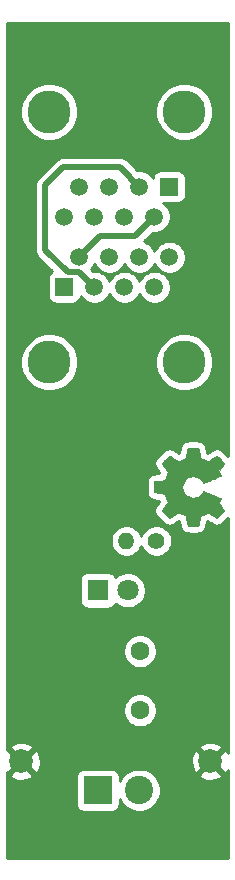
<source format=gbr>
G04 #@! TF.GenerationSoftware,KiCad,Pcbnew,5.1.5+dfsg1-2build2*
G04 #@! TF.CreationDate,2021-07-28T21:36:02-05:00*
G04 #@! TF.ProjectId,DIN_RAIL_POE_INJECTOR_SLIM,44494e5f-5241-4494-9c5f-504f455f494e,rev?*
G04 #@! TF.SameCoordinates,Original*
G04 #@! TF.FileFunction,Copper,L2,Bot*
G04 #@! TF.FilePolarity,Positive*
%FSLAX46Y46*%
G04 Gerber Fmt 4.6, Leading zero omitted, Abs format (unit mm)*
G04 Created by KiCad (PCBNEW 5.1.5+dfsg1-2build2) date 2021-07-28 21:36:02*
%MOMM*%
%LPD*%
G04 APERTURE LIST*
%ADD10C,0.010000*%
%ADD11C,1.998980*%
%ADD12C,3.650000*%
%ADD13R,1.500000X1.500000*%
%ADD14C,1.500000*%
%ADD15C,1.600000*%
%ADD16O,1.400000X1.400000*%
%ADD17C,1.400000*%
%ADD18C,1.800000*%
%ADD19R,1.800000X1.800000*%
%ADD20C,2.400000*%
%ADD21R,2.400000X2.400000*%
%ADD22C,0.500000*%
%ADD23C,0.254000*%
G04 APERTURE END LIST*
D10*
G36*
X122563931Y-140509814D02*
G01*
X123008555Y-140593635D01*
X123136053Y-140902920D01*
X123263551Y-141212206D01*
X123011246Y-141583246D01*
X122940996Y-141687157D01*
X122878272Y-141781087D01*
X122825938Y-141860652D01*
X122786857Y-141921470D01*
X122763893Y-141959157D01*
X122758942Y-141969421D01*
X122771676Y-141987910D01*
X122806882Y-142027420D01*
X122860062Y-142083522D01*
X122926718Y-142151787D01*
X123002354Y-142227786D01*
X123082472Y-142307092D01*
X123162574Y-142385275D01*
X123238164Y-142457907D01*
X123304745Y-142520559D01*
X123357818Y-142568803D01*
X123392887Y-142598210D01*
X123404623Y-142605241D01*
X123426260Y-142595123D01*
X123473662Y-142566759D01*
X123542193Y-142523129D01*
X123627215Y-142467218D01*
X123724093Y-142402006D01*
X123779350Y-142364219D01*
X123880248Y-142295343D01*
X123971299Y-142234140D01*
X124047970Y-142183578D01*
X124105728Y-142146628D01*
X124140043Y-142126258D01*
X124147254Y-142123197D01*
X124167748Y-142130136D01*
X124215513Y-142149051D01*
X124283832Y-142177087D01*
X124365989Y-142211391D01*
X124455270Y-142249109D01*
X124544958Y-142287387D01*
X124628338Y-142323370D01*
X124698694Y-142354206D01*
X124749310Y-142377039D01*
X124773471Y-142389017D01*
X124774422Y-142389724D01*
X124779036Y-142408531D01*
X124789328Y-142458618D01*
X124804287Y-142534793D01*
X124822901Y-142631865D01*
X124844159Y-142744643D01*
X124856418Y-142810442D01*
X124879362Y-142930950D01*
X124901195Y-143039797D01*
X124920722Y-143131476D01*
X124936748Y-143200481D01*
X124948079Y-143241304D01*
X124951674Y-143249511D01*
X124976006Y-143257548D01*
X125030959Y-143264033D01*
X125110108Y-143268970D01*
X125207026Y-143272364D01*
X125315287Y-143274218D01*
X125428465Y-143274538D01*
X125540135Y-143273327D01*
X125643868Y-143270590D01*
X125733241Y-143266331D01*
X125801826Y-143260555D01*
X125843197Y-143253267D01*
X125851810Y-143248895D01*
X125862133Y-143222764D01*
X125876892Y-143167393D01*
X125894352Y-143090107D01*
X125912780Y-142998230D01*
X125918741Y-142966158D01*
X125947066Y-142811524D01*
X125969876Y-142689375D01*
X125988080Y-142595673D01*
X126002583Y-142526384D01*
X126014292Y-142477471D01*
X126024115Y-142444897D01*
X126032956Y-142424628D01*
X126041724Y-142412626D01*
X126043457Y-142410947D01*
X126071371Y-142394184D01*
X126125695Y-142368614D01*
X126199777Y-142336788D01*
X126286965Y-142301260D01*
X126380608Y-142264583D01*
X126474052Y-142229311D01*
X126560647Y-142197996D01*
X126633740Y-142173193D01*
X126686678Y-142157454D01*
X126712811Y-142153332D01*
X126713726Y-142153676D01*
X126735086Y-142167641D01*
X126782084Y-142199322D01*
X126849827Y-142245391D01*
X126933423Y-142302518D01*
X127027982Y-142367373D01*
X127054854Y-142385843D01*
X127152275Y-142451699D01*
X127241163Y-142509650D01*
X127316412Y-142556538D01*
X127372920Y-142589207D01*
X127405581Y-142604500D01*
X127409593Y-142605241D01*
X127430684Y-142592392D01*
X127472464Y-142556888D01*
X127530445Y-142503293D01*
X127600135Y-142436171D01*
X127677045Y-142360087D01*
X127756683Y-142279604D01*
X127834561Y-142199287D01*
X127906186Y-142123699D01*
X127967070Y-142057405D01*
X128012721Y-142004969D01*
X128038650Y-141970955D01*
X128042883Y-141961545D01*
X128032912Y-141939643D01*
X128006020Y-141894800D01*
X127966736Y-141834321D01*
X127935117Y-141787789D01*
X127877098Y-141703475D01*
X127808784Y-141603626D01*
X127740579Y-141503473D01*
X127704075Y-141449627D01*
X127580800Y-141267371D01*
X127663520Y-141114381D01*
X127699759Y-141044682D01*
X127727926Y-140985414D01*
X127743991Y-140945311D01*
X127746226Y-140935103D01*
X127729722Y-140922829D01*
X127683082Y-140898613D01*
X127610609Y-140864263D01*
X127516606Y-140821588D01*
X127405374Y-140772394D01*
X127281215Y-140718490D01*
X127148432Y-140661684D01*
X127011327Y-140603782D01*
X126874202Y-140546593D01*
X126741358Y-140491924D01*
X126617098Y-140441584D01*
X126505725Y-140397380D01*
X126411539Y-140361119D01*
X126338844Y-140334609D01*
X126291941Y-140319658D01*
X126275833Y-140317254D01*
X126255286Y-140336311D01*
X126221933Y-140378036D01*
X126182702Y-140433706D01*
X126179599Y-140438378D01*
X126064423Y-140582264D01*
X125930053Y-140698283D01*
X125780784Y-140785430D01*
X125620913Y-140842699D01*
X125454737Y-140869086D01*
X125286552Y-140863585D01*
X125120655Y-140825190D01*
X124961342Y-140752895D01*
X124926487Y-140731626D01*
X124785737Y-140620996D01*
X124672714Y-140490302D01*
X124588003Y-140344064D01*
X124532194Y-140186808D01*
X124505874Y-140023057D01*
X124509630Y-139857333D01*
X124544050Y-139694162D01*
X124609723Y-139538065D01*
X124707235Y-139393567D01*
X124746813Y-139348869D01*
X124870703Y-139235112D01*
X125001124Y-139152218D01*
X125147315Y-139095356D01*
X125292088Y-139063687D01*
X125454860Y-139055869D01*
X125618440Y-139081938D01*
X125777298Y-139139245D01*
X125925906Y-139225144D01*
X126058735Y-139336986D01*
X126170256Y-139472123D01*
X126182011Y-139489883D01*
X126220508Y-139546150D01*
X126253863Y-139588923D01*
X126275160Y-139609372D01*
X126275833Y-139609669D01*
X126298871Y-139605279D01*
X126351157Y-139587876D01*
X126428390Y-139559268D01*
X126526268Y-139521265D01*
X126640491Y-139475674D01*
X126766758Y-139424303D01*
X126900767Y-139368962D01*
X127038218Y-139311458D01*
X127174808Y-139253601D01*
X127306237Y-139197198D01*
X127428205Y-139144058D01*
X127536409Y-139095990D01*
X127626549Y-139054801D01*
X127694323Y-139022301D01*
X127735430Y-139000297D01*
X127746226Y-138991436D01*
X127737819Y-138964360D01*
X127715272Y-138913697D01*
X127682613Y-138848183D01*
X127663520Y-138812159D01*
X127580800Y-138659168D01*
X127704075Y-138476912D01*
X127767228Y-138383875D01*
X127836727Y-138282015D01*
X127902165Y-138186562D01*
X127935117Y-138138750D01*
X127980273Y-138071505D01*
X128016057Y-138014564D01*
X128037938Y-137975354D01*
X128042563Y-137962619D01*
X128030085Y-137944083D01*
X127995252Y-137903059D01*
X127941678Y-137843525D01*
X127872983Y-137769458D01*
X127792781Y-137684835D01*
X127741286Y-137631315D01*
X127649286Y-137537681D01*
X127566999Y-137456759D01*
X127497945Y-137391823D01*
X127445644Y-137346142D01*
X127413616Y-137322989D01*
X127407116Y-137320768D01*
X127382394Y-137331076D01*
X127332405Y-137359561D01*
X127262212Y-137403063D01*
X127176875Y-137458423D01*
X127081456Y-137522480D01*
X127054854Y-137540697D01*
X126958167Y-137607073D01*
X126871117Y-137666622D01*
X126798595Y-137716016D01*
X126745493Y-137751925D01*
X126716703Y-137771019D01*
X126713726Y-137772864D01*
X126690782Y-137770105D01*
X126640336Y-137755462D01*
X126569041Y-137731487D01*
X126483547Y-137700734D01*
X126390507Y-137665756D01*
X126296574Y-137629107D01*
X126208399Y-137593339D01*
X126132634Y-137561006D01*
X126075931Y-137534662D01*
X126044943Y-137516858D01*
X126043457Y-137515593D01*
X126034601Y-137504706D01*
X126025843Y-137486318D01*
X126016277Y-137456394D01*
X126004996Y-137410897D01*
X125991093Y-137345791D01*
X125973663Y-137257039D01*
X125951798Y-137140607D01*
X125924591Y-136992458D01*
X125918741Y-136960382D01*
X125900374Y-136865314D01*
X125882405Y-136782435D01*
X125866569Y-136719070D01*
X125854600Y-136682542D01*
X125851810Y-136677644D01*
X125827072Y-136669573D01*
X125771790Y-136663013D01*
X125692389Y-136657967D01*
X125595296Y-136654441D01*
X125486938Y-136652439D01*
X125373740Y-136651964D01*
X125262128Y-136653023D01*
X125158529Y-136655618D01*
X125069368Y-136659754D01*
X125001072Y-136665437D01*
X124960066Y-136672669D01*
X124951674Y-136677029D01*
X124943208Y-136701302D01*
X124929435Y-136756574D01*
X124911550Y-136837338D01*
X124890748Y-136938088D01*
X124868223Y-137053317D01*
X124856418Y-137116098D01*
X124834151Y-137235213D01*
X124813979Y-137341435D01*
X124796915Y-137429573D01*
X124783969Y-137494434D01*
X124776155Y-137530826D01*
X124774422Y-137536816D01*
X124754890Y-137546939D01*
X124707843Y-137568338D01*
X124640003Y-137598161D01*
X124558091Y-137633555D01*
X124468828Y-137671668D01*
X124378935Y-137709647D01*
X124295135Y-137744640D01*
X124224147Y-137773794D01*
X124172694Y-137794257D01*
X124147497Y-137803177D01*
X124146396Y-137803343D01*
X124126519Y-137793231D01*
X124080777Y-137764883D01*
X124013717Y-137721277D01*
X123929884Y-137665394D01*
X123833826Y-137600213D01*
X123778650Y-137562321D01*
X123677481Y-137493275D01*
X123585630Y-137431950D01*
X123507744Y-137381337D01*
X123448469Y-137344429D01*
X123412451Y-137324218D01*
X123404377Y-137321299D01*
X123385584Y-137333847D01*
X123345457Y-137368537D01*
X123288493Y-137420937D01*
X123219185Y-137486616D01*
X123142031Y-137561144D01*
X123061525Y-137640087D01*
X122982163Y-137719017D01*
X122908440Y-137793500D01*
X122844852Y-137859106D01*
X122795894Y-137911404D01*
X122766061Y-137945961D01*
X122758942Y-137957522D01*
X122768953Y-137976346D01*
X122797078Y-138021369D01*
X122840454Y-138088213D01*
X122896218Y-138172501D01*
X122961506Y-138269856D01*
X123011246Y-138343293D01*
X123263551Y-138714333D01*
X123008555Y-139332905D01*
X122563931Y-139416725D01*
X122119307Y-139500546D01*
X122119307Y-140425994D01*
X122563931Y-140509814D01*
G37*
X122563931Y-140509814D02*
X123008555Y-140593635D01*
X123136053Y-140902920D01*
X123263551Y-141212206D01*
X123011246Y-141583246D01*
X122940996Y-141687157D01*
X122878272Y-141781087D01*
X122825938Y-141860652D01*
X122786857Y-141921470D01*
X122763893Y-141959157D01*
X122758942Y-141969421D01*
X122771676Y-141987910D01*
X122806882Y-142027420D01*
X122860062Y-142083522D01*
X122926718Y-142151787D01*
X123002354Y-142227786D01*
X123082472Y-142307092D01*
X123162574Y-142385275D01*
X123238164Y-142457907D01*
X123304745Y-142520559D01*
X123357818Y-142568803D01*
X123392887Y-142598210D01*
X123404623Y-142605241D01*
X123426260Y-142595123D01*
X123473662Y-142566759D01*
X123542193Y-142523129D01*
X123627215Y-142467218D01*
X123724093Y-142402006D01*
X123779350Y-142364219D01*
X123880248Y-142295343D01*
X123971299Y-142234140D01*
X124047970Y-142183578D01*
X124105728Y-142146628D01*
X124140043Y-142126258D01*
X124147254Y-142123197D01*
X124167748Y-142130136D01*
X124215513Y-142149051D01*
X124283832Y-142177087D01*
X124365989Y-142211391D01*
X124455270Y-142249109D01*
X124544958Y-142287387D01*
X124628338Y-142323370D01*
X124698694Y-142354206D01*
X124749310Y-142377039D01*
X124773471Y-142389017D01*
X124774422Y-142389724D01*
X124779036Y-142408531D01*
X124789328Y-142458618D01*
X124804287Y-142534793D01*
X124822901Y-142631865D01*
X124844159Y-142744643D01*
X124856418Y-142810442D01*
X124879362Y-142930950D01*
X124901195Y-143039797D01*
X124920722Y-143131476D01*
X124936748Y-143200481D01*
X124948079Y-143241304D01*
X124951674Y-143249511D01*
X124976006Y-143257548D01*
X125030959Y-143264033D01*
X125110108Y-143268970D01*
X125207026Y-143272364D01*
X125315287Y-143274218D01*
X125428465Y-143274538D01*
X125540135Y-143273327D01*
X125643868Y-143270590D01*
X125733241Y-143266331D01*
X125801826Y-143260555D01*
X125843197Y-143253267D01*
X125851810Y-143248895D01*
X125862133Y-143222764D01*
X125876892Y-143167393D01*
X125894352Y-143090107D01*
X125912780Y-142998230D01*
X125918741Y-142966158D01*
X125947066Y-142811524D01*
X125969876Y-142689375D01*
X125988080Y-142595673D01*
X126002583Y-142526384D01*
X126014292Y-142477471D01*
X126024115Y-142444897D01*
X126032956Y-142424628D01*
X126041724Y-142412626D01*
X126043457Y-142410947D01*
X126071371Y-142394184D01*
X126125695Y-142368614D01*
X126199777Y-142336788D01*
X126286965Y-142301260D01*
X126380608Y-142264583D01*
X126474052Y-142229311D01*
X126560647Y-142197996D01*
X126633740Y-142173193D01*
X126686678Y-142157454D01*
X126712811Y-142153332D01*
X126713726Y-142153676D01*
X126735086Y-142167641D01*
X126782084Y-142199322D01*
X126849827Y-142245391D01*
X126933423Y-142302518D01*
X127027982Y-142367373D01*
X127054854Y-142385843D01*
X127152275Y-142451699D01*
X127241163Y-142509650D01*
X127316412Y-142556538D01*
X127372920Y-142589207D01*
X127405581Y-142604500D01*
X127409593Y-142605241D01*
X127430684Y-142592392D01*
X127472464Y-142556888D01*
X127530445Y-142503293D01*
X127600135Y-142436171D01*
X127677045Y-142360087D01*
X127756683Y-142279604D01*
X127834561Y-142199287D01*
X127906186Y-142123699D01*
X127967070Y-142057405D01*
X128012721Y-142004969D01*
X128038650Y-141970955D01*
X128042883Y-141961545D01*
X128032912Y-141939643D01*
X128006020Y-141894800D01*
X127966736Y-141834321D01*
X127935117Y-141787789D01*
X127877098Y-141703475D01*
X127808784Y-141603626D01*
X127740579Y-141503473D01*
X127704075Y-141449627D01*
X127580800Y-141267371D01*
X127663520Y-141114381D01*
X127699759Y-141044682D01*
X127727926Y-140985414D01*
X127743991Y-140945311D01*
X127746226Y-140935103D01*
X127729722Y-140922829D01*
X127683082Y-140898613D01*
X127610609Y-140864263D01*
X127516606Y-140821588D01*
X127405374Y-140772394D01*
X127281215Y-140718490D01*
X127148432Y-140661684D01*
X127011327Y-140603782D01*
X126874202Y-140546593D01*
X126741358Y-140491924D01*
X126617098Y-140441584D01*
X126505725Y-140397380D01*
X126411539Y-140361119D01*
X126338844Y-140334609D01*
X126291941Y-140319658D01*
X126275833Y-140317254D01*
X126255286Y-140336311D01*
X126221933Y-140378036D01*
X126182702Y-140433706D01*
X126179599Y-140438378D01*
X126064423Y-140582264D01*
X125930053Y-140698283D01*
X125780784Y-140785430D01*
X125620913Y-140842699D01*
X125454737Y-140869086D01*
X125286552Y-140863585D01*
X125120655Y-140825190D01*
X124961342Y-140752895D01*
X124926487Y-140731626D01*
X124785737Y-140620996D01*
X124672714Y-140490302D01*
X124588003Y-140344064D01*
X124532194Y-140186808D01*
X124505874Y-140023057D01*
X124509630Y-139857333D01*
X124544050Y-139694162D01*
X124609723Y-139538065D01*
X124707235Y-139393567D01*
X124746813Y-139348869D01*
X124870703Y-139235112D01*
X125001124Y-139152218D01*
X125147315Y-139095356D01*
X125292088Y-139063687D01*
X125454860Y-139055869D01*
X125618440Y-139081938D01*
X125777298Y-139139245D01*
X125925906Y-139225144D01*
X126058735Y-139336986D01*
X126170256Y-139472123D01*
X126182011Y-139489883D01*
X126220508Y-139546150D01*
X126253863Y-139588923D01*
X126275160Y-139609372D01*
X126275833Y-139609669D01*
X126298871Y-139605279D01*
X126351157Y-139587876D01*
X126428390Y-139559268D01*
X126526268Y-139521265D01*
X126640491Y-139475674D01*
X126766758Y-139424303D01*
X126900767Y-139368962D01*
X127038218Y-139311458D01*
X127174808Y-139253601D01*
X127306237Y-139197198D01*
X127428205Y-139144058D01*
X127536409Y-139095990D01*
X127626549Y-139054801D01*
X127694323Y-139022301D01*
X127735430Y-139000297D01*
X127746226Y-138991436D01*
X127737819Y-138964360D01*
X127715272Y-138913697D01*
X127682613Y-138848183D01*
X127663520Y-138812159D01*
X127580800Y-138659168D01*
X127704075Y-138476912D01*
X127767228Y-138383875D01*
X127836727Y-138282015D01*
X127902165Y-138186562D01*
X127935117Y-138138750D01*
X127980273Y-138071505D01*
X128016057Y-138014564D01*
X128037938Y-137975354D01*
X128042563Y-137962619D01*
X128030085Y-137944083D01*
X127995252Y-137903059D01*
X127941678Y-137843525D01*
X127872983Y-137769458D01*
X127792781Y-137684835D01*
X127741286Y-137631315D01*
X127649286Y-137537681D01*
X127566999Y-137456759D01*
X127497945Y-137391823D01*
X127445644Y-137346142D01*
X127413616Y-137322989D01*
X127407116Y-137320768D01*
X127382394Y-137331076D01*
X127332405Y-137359561D01*
X127262212Y-137403063D01*
X127176875Y-137458423D01*
X127081456Y-137522480D01*
X127054854Y-137540697D01*
X126958167Y-137607073D01*
X126871117Y-137666622D01*
X126798595Y-137716016D01*
X126745493Y-137751925D01*
X126716703Y-137771019D01*
X126713726Y-137772864D01*
X126690782Y-137770105D01*
X126640336Y-137755462D01*
X126569041Y-137731487D01*
X126483547Y-137700734D01*
X126390507Y-137665756D01*
X126296574Y-137629107D01*
X126208399Y-137593339D01*
X126132634Y-137561006D01*
X126075931Y-137534662D01*
X126044943Y-137516858D01*
X126043457Y-137515593D01*
X126034601Y-137504706D01*
X126025843Y-137486318D01*
X126016277Y-137456394D01*
X126004996Y-137410897D01*
X125991093Y-137345791D01*
X125973663Y-137257039D01*
X125951798Y-137140607D01*
X125924591Y-136992458D01*
X125918741Y-136960382D01*
X125900374Y-136865314D01*
X125882405Y-136782435D01*
X125866569Y-136719070D01*
X125854600Y-136682542D01*
X125851810Y-136677644D01*
X125827072Y-136669573D01*
X125771790Y-136663013D01*
X125692389Y-136657967D01*
X125595296Y-136654441D01*
X125486938Y-136652439D01*
X125373740Y-136651964D01*
X125262128Y-136653023D01*
X125158529Y-136655618D01*
X125069368Y-136659754D01*
X125001072Y-136665437D01*
X124960066Y-136672669D01*
X124951674Y-136677029D01*
X124943208Y-136701302D01*
X124929435Y-136756574D01*
X124911550Y-136837338D01*
X124890748Y-136938088D01*
X124868223Y-137053317D01*
X124856418Y-137116098D01*
X124834151Y-137235213D01*
X124813979Y-137341435D01*
X124796915Y-137429573D01*
X124783969Y-137494434D01*
X124776155Y-137530826D01*
X124774422Y-137536816D01*
X124754890Y-137546939D01*
X124707843Y-137568338D01*
X124640003Y-137598161D01*
X124558091Y-137633555D01*
X124468828Y-137671668D01*
X124378935Y-137709647D01*
X124295135Y-137744640D01*
X124224147Y-137773794D01*
X124172694Y-137794257D01*
X124147497Y-137803177D01*
X124146396Y-137803343D01*
X124126519Y-137793231D01*
X124080777Y-137764883D01*
X124013717Y-137721277D01*
X123929884Y-137665394D01*
X123833826Y-137600213D01*
X123778650Y-137562321D01*
X123677481Y-137493275D01*
X123585630Y-137431950D01*
X123507744Y-137381337D01*
X123448469Y-137344429D01*
X123412451Y-137324218D01*
X123404377Y-137321299D01*
X123385584Y-137333847D01*
X123345457Y-137368537D01*
X123288493Y-137420937D01*
X123219185Y-137486616D01*
X123142031Y-137561144D01*
X123061525Y-137640087D01*
X122982163Y-137719017D01*
X122908440Y-137793500D01*
X122844852Y-137859106D01*
X122795894Y-137911404D01*
X122766061Y-137945961D01*
X122758942Y-137957522D01*
X122768953Y-137976346D01*
X122797078Y-138021369D01*
X122840454Y-138088213D01*
X122896218Y-138172501D01*
X122961506Y-138269856D01*
X123011246Y-138343293D01*
X123263551Y-138714333D01*
X123008555Y-139332905D01*
X122563931Y-139416725D01*
X122119307Y-139500546D01*
X122119307Y-140425994D01*
X122563931Y-140509814D01*
D11*
X126873000Y-163195000D03*
X110871000Y-163195000D03*
D12*
X124660000Y-129397000D03*
X113230000Y-129397000D03*
D13*
X114500000Y-123047000D03*
D14*
X115770000Y-120507000D03*
X117040000Y-123047000D03*
X118310000Y-120507000D03*
X119580000Y-123047000D03*
X120850000Y-120507000D03*
X122120000Y-123047000D03*
X123390000Y-120507000D03*
D15*
X120904000Y-153877000D03*
X120904000Y-158877000D03*
D16*
X119761000Y-144526000D03*
D17*
X122301000Y-144526000D03*
D18*
X119888000Y-148717000D03*
D19*
X117348000Y-148717000D03*
D20*
X120848000Y-165640000D03*
D21*
X117348000Y-165640000D03*
D12*
X113230000Y-108188000D03*
X124660000Y-108188000D03*
D13*
X123390000Y-114538000D03*
D14*
X122120000Y-117078000D03*
X120850000Y-114538000D03*
X119580000Y-117078000D03*
X118310000Y-114538000D03*
X117040000Y-117078000D03*
X115770000Y-114538000D03*
X114500000Y-117078000D03*
D22*
X120453000Y-118745000D02*
X122120000Y-117078000D01*
X117532000Y-118745000D02*
X120453000Y-118745000D01*
X115770000Y-120507000D02*
X117532000Y-118745000D01*
X115786000Y-121793000D02*
X117040000Y-123047000D01*
X112903000Y-114427000D02*
X112903000Y-119888000D01*
X114427000Y-112903000D02*
X112903000Y-114427000D01*
X119253000Y-112903000D02*
X114427000Y-112903000D01*
X114808000Y-121793000D02*
X115786000Y-121793000D01*
X112903000Y-119888000D02*
X114808000Y-121793000D01*
X120100001Y-113750001D02*
X119253000Y-112903000D01*
X120100001Y-113788001D02*
X120100001Y-113750001D01*
X120850000Y-114538000D02*
X120100001Y-113788001D01*
D23*
G36*
X128340001Y-137331879D02*
G01*
X128337503Y-137329207D01*
X128257301Y-137244583D01*
X128257176Y-137244475D01*
X128253970Y-137241096D01*
X128202475Y-137187576D01*
X128202387Y-137187501D01*
X128197800Y-137182767D01*
X128105800Y-137089133D01*
X128105010Y-137088473D01*
X128104361Y-137087673D01*
X128098034Y-137081364D01*
X128015747Y-137000442D01*
X128013648Y-136998747D01*
X128011899Y-136996689D01*
X128005432Y-136990522D01*
X127936378Y-136925586D01*
X127930588Y-136921121D01*
X127925648Y-136915723D01*
X127918958Y-136909798D01*
X127866657Y-136864117D01*
X127846306Y-136849582D01*
X127827794Y-136832759D01*
X127820588Y-136827474D01*
X127788561Y-136804321D01*
X127767525Y-136792047D01*
X127766535Y-136791223D01*
X127763575Y-136789611D01*
X127741945Y-136773627D01*
X127710612Y-136758839D01*
X127680676Y-136741372D01*
X127665066Y-136735978D01*
X127656834Y-136731496D01*
X127644511Y-136727642D01*
X127628988Y-136720316D01*
X127620552Y-136717368D01*
X127614052Y-136715146D01*
X127584881Y-136708269D01*
X127562620Y-136700577D01*
X127554284Y-136699426D01*
X127537622Y-136694215D01*
X127514805Y-136691750D01*
X127492479Y-136686487D01*
X127452867Y-136685059D01*
X127440902Y-136683766D01*
X127438889Y-136683488D01*
X127438525Y-136683509D01*
X127413438Y-136680799D01*
X127390580Y-136682813D01*
X127367654Y-136681986D01*
X127328505Y-136688281D01*
X127289013Y-136691760D01*
X127266989Y-136698173D01*
X127244331Y-136701816D01*
X127207153Y-136715595D01*
X127169088Y-136726678D01*
X127160816Y-136730060D01*
X127136094Y-136740368D01*
X127105369Y-136756866D01*
X127073332Y-136770647D01*
X127065537Y-136775017D01*
X127015548Y-136803502D01*
X127009542Y-136807750D01*
X127002891Y-136810907D01*
X126995262Y-136815562D01*
X126925069Y-136859064D01*
X126923361Y-136860369D01*
X126921432Y-136861334D01*
X126913902Y-136866146D01*
X126828565Y-136921506D01*
X126828119Y-136921862D01*
X126827609Y-136922127D01*
X126820155Y-136927056D01*
X126724737Y-136991113D01*
X126724631Y-136991201D01*
X126719847Y-136994428D01*
X126693245Y-137012645D01*
X126693211Y-137012673D01*
X126692632Y-137013065D01*
X126615003Y-137066358D01*
X126586990Y-137055428D01*
X126581010Y-137023586D01*
X126554120Y-136877162D01*
X126548355Y-136845553D01*
X126548322Y-136845438D01*
X126547121Y-136838980D01*
X126528754Y-136743912D01*
X126527959Y-136741235D01*
X126527675Y-136738453D01*
X126525842Y-136729707D01*
X126507873Y-136646827D01*
X126506159Y-136641500D01*
X126505415Y-136635945D01*
X126503308Y-136627261D01*
X126487472Y-136563896D01*
X126481248Y-136546447D01*
X126477476Y-136528300D01*
X126474752Y-136519789D01*
X126462783Y-136483261D01*
X126438716Y-136428544D01*
X126437501Y-136425718D01*
X126425410Y-136393772D01*
X126420103Y-136385256D01*
X126415077Y-136373567D01*
X126412556Y-136369069D01*
X126412493Y-136368926D01*
X126412406Y-136368801D01*
X126410708Y-136365772D01*
X126407918Y-136360873D01*
X126382573Y-136325033D01*
X126359348Y-136287765D01*
X126346578Y-136274133D01*
X126335799Y-136258891D01*
X126303979Y-136228660D01*
X126273954Y-136196609D01*
X126258779Y-136185717D01*
X126245245Y-136172859D01*
X126208147Y-136149376D01*
X126172480Y-136123776D01*
X126155488Y-136116043D01*
X126139706Y-136106053D01*
X126098755Y-136090224D01*
X126058794Y-136072038D01*
X126050318Y-136069208D01*
X126025580Y-136061137D01*
X125968418Y-136048497D01*
X125911355Y-136035147D01*
X125903687Y-136034183D01*
X125903620Y-136034168D01*
X125903559Y-136034167D01*
X125902488Y-136034032D01*
X125847206Y-136027472D01*
X125834155Y-136027206D01*
X125821295Y-136024930D01*
X125812380Y-136024301D01*
X125732980Y-136019255D01*
X125728739Y-136019400D01*
X125724544Y-136018775D01*
X125715616Y-136018389D01*
X125618523Y-136014863D01*
X125617288Y-136014939D01*
X125616051Y-136014777D01*
X125607118Y-136014550D01*
X125498760Y-136012548D01*
X125498661Y-136012556D01*
X125498559Y-136012544D01*
X125489624Y-136012445D01*
X125376612Y-136011971D01*
X125376604Y-136011970D01*
X125376421Y-136011970D01*
X125367668Y-136011993D01*
X125256056Y-136013052D01*
X125255549Y-136013107D01*
X125255036Y-136013062D01*
X125246101Y-136013224D01*
X125142503Y-136015819D01*
X125140164Y-136016108D01*
X125137802Y-136015953D01*
X125128873Y-136016305D01*
X125039712Y-136020441D01*
X125032496Y-136021488D01*
X125025207Y-136021279D01*
X125016296Y-136021958D01*
X124948000Y-136027641D01*
X124923541Y-136032111D01*
X124898725Y-136033673D01*
X124889914Y-136035164D01*
X124848908Y-136042396D01*
X124819553Y-136050593D01*
X124789531Y-136055808D01*
X124759549Y-136067349D01*
X124728605Y-136075990D01*
X124701408Y-136089730D01*
X124692115Y-136093307D01*
X124679457Y-136097807D01*
X124677689Y-136098860D01*
X124672963Y-136100679D01*
X124665005Y-136104744D01*
X124656613Y-136109104D01*
X124634249Y-136123657D01*
X124617117Y-136132312D01*
X124603045Y-136143307D01*
X124572136Y-136161712D01*
X124562630Y-136170263D01*
X124551922Y-136177231D01*
X124520722Y-136207629D01*
X124518692Y-136209215D01*
X124516567Y-136211677D01*
X124516295Y-136211942D01*
X124479272Y-136245245D01*
X124471606Y-136255482D01*
X124462457Y-136264396D01*
X124434232Y-136305392D01*
X124404403Y-136345226D01*
X124398878Y-136356742D01*
X124391626Y-136367276D01*
X124371900Y-136412978D01*
X124368826Y-136419387D01*
X124367943Y-136420822D01*
X124367275Y-136422620D01*
X124350377Y-136457843D01*
X124347376Y-136466260D01*
X124338910Y-136490533D01*
X124333065Y-136514642D01*
X124324419Y-136537899D01*
X124322198Y-136546555D01*
X124308425Y-136601827D01*
X124307847Y-136605743D01*
X124306566Y-136609488D01*
X124304573Y-136618199D01*
X124286688Y-136698964D01*
X124286675Y-136699075D01*
X124286638Y-136699187D01*
X124284771Y-136707926D01*
X124263969Y-136808676D01*
X124263957Y-136808791D01*
X124262636Y-136815305D01*
X124240111Y-136930534D01*
X124240096Y-136930695D01*
X124239246Y-136935048D01*
X124227441Y-136997829D01*
X124227437Y-136997871D01*
X124227316Y-136998496D01*
X124211508Y-137083060D01*
X124194643Y-137071617D01*
X124140959Y-137034749D01*
X124140871Y-137034700D01*
X124139425Y-137033699D01*
X124038256Y-136964653D01*
X124038144Y-136964592D01*
X124032854Y-136961007D01*
X123941003Y-136899681D01*
X123940947Y-136899651D01*
X123934360Y-136895306D01*
X123856474Y-136844692D01*
X123854939Y-136843896D01*
X123853580Y-136842822D01*
X123846027Y-136838047D01*
X123786753Y-136801139D01*
X123777658Y-136796642D01*
X123769420Y-136790723D01*
X123761658Y-136786296D01*
X123725640Y-136766085D01*
X123681576Y-136746744D01*
X123678161Y-136745057D01*
X123655156Y-136732479D01*
X123648338Y-136730333D01*
X123638429Y-136725441D01*
X123630046Y-136722344D01*
X123621973Y-136719425D01*
X123615703Y-136717830D01*
X123611266Y-136715882D01*
X123586305Y-136710349D01*
X123578650Y-136708401D01*
X123536010Y-136694982D01*
X123518238Y-136693030D01*
X123500924Y-136688624D01*
X123456306Y-136686226D01*
X123411851Y-136681342D01*
X123394037Y-136682879D01*
X123376198Y-136681920D01*
X123331956Y-136688235D01*
X123287407Y-136692078D01*
X123270239Y-136697044D01*
X123252545Y-136699569D01*
X123210356Y-136714363D01*
X123167419Y-136726782D01*
X123151541Y-136734988D01*
X123134676Y-136740902D01*
X123096180Y-136763599D01*
X123080854Y-136771520D01*
X123076835Y-136773246D01*
X123074759Y-136774670D01*
X123056456Y-136784129D01*
X123048990Y-136789040D01*
X123030197Y-136801588D01*
X123002920Y-136823939D01*
X122973827Y-136843891D01*
X122967026Y-136849688D01*
X122926899Y-136884378D01*
X122923163Y-136888307D01*
X122918790Y-136891509D01*
X122912171Y-136897513D01*
X122855208Y-136949913D01*
X122855026Y-136950116D01*
X122854799Y-136950288D01*
X122848270Y-136956390D01*
X122778962Y-137022069D01*
X122778871Y-137022174D01*
X122774538Y-137026302D01*
X122697384Y-137100830D01*
X122697285Y-137100947D01*
X122693940Y-137104181D01*
X122613434Y-137183125D01*
X122613332Y-137183246D01*
X122610214Y-137186305D01*
X122530851Y-137265235D01*
X122530749Y-137265359D01*
X122527300Y-137268795D01*
X122453577Y-137343278D01*
X122453499Y-137343373D01*
X122448879Y-137348075D01*
X122385291Y-137413681D01*
X122384613Y-137414534D01*
X122383783Y-137415242D01*
X122377630Y-137421723D01*
X122328672Y-137474021D01*
X122323531Y-137480719D01*
X122317333Y-137486457D01*
X122311446Y-137493181D01*
X122281613Y-137527738D01*
X122254646Y-137565960D01*
X122225833Y-137602807D01*
X122221095Y-137610384D01*
X122213976Y-137621944D01*
X122211341Y-137627340D01*
X122209606Y-137629800D01*
X122206281Y-137637268D01*
X122198079Y-137649248D01*
X122179668Y-137692214D01*
X122159175Y-137734187D01*
X122155126Y-137749487D01*
X122148882Y-137764058D01*
X122139164Y-137809797D01*
X122127218Y-137854936D01*
X122126217Y-137870737D01*
X122122924Y-137886237D01*
X122122276Y-137932962D01*
X122119322Y-137979592D01*
X122121411Y-137995295D01*
X122121191Y-138011131D01*
X122129629Y-138057080D01*
X122135791Y-138103408D01*
X122140891Y-138118409D01*
X122143751Y-138133984D01*
X122160952Y-138177419D01*
X122175995Y-138221667D01*
X122183909Y-138235388D01*
X122189741Y-138250114D01*
X122193882Y-138258033D01*
X122203892Y-138276857D01*
X122213767Y-138291717D01*
X122221474Y-138307809D01*
X122226156Y-138315421D01*
X122254281Y-138360444D01*
X122254925Y-138361280D01*
X122255396Y-138362222D01*
X122260208Y-138369752D01*
X122303584Y-138436595D01*
X122303671Y-138436704D01*
X122306694Y-138441343D01*
X122362458Y-138525631D01*
X122362558Y-138525754D01*
X122364677Y-138528962D01*
X122429965Y-138626317D01*
X122430052Y-138626423D01*
X122431612Y-138628761D01*
X122481352Y-138702198D01*
X122481401Y-138702257D01*
X122482012Y-138703169D01*
X122528859Y-138772063D01*
X122445392Y-138787798D01*
X122445366Y-138787803D01*
X122000742Y-138871624D01*
X122000074Y-138871819D01*
X121999383Y-138871882D01*
X121940026Y-138889352D01*
X121880842Y-138906632D01*
X121880229Y-138906951D01*
X121879559Y-138907148D01*
X121824683Y-138935837D01*
X121770025Y-138964261D01*
X121769483Y-138964695D01*
X121768867Y-138965017D01*
X121720818Y-139003649D01*
X121672511Y-139042316D01*
X121672062Y-139042849D01*
X121671522Y-139043283D01*
X121631970Y-139090420D01*
X121592017Y-139137827D01*
X121591682Y-139138433D01*
X121591234Y-139138967D01*
X121561312Y-139193395D01*
X121531607Y-139247153D01*
X121531397Y-139247810D01*
X121531060Y-139248423D01*
X121512330Y-139307470D01*
X121493582Y-139366130D01*
X121493503Y-139366821D01*
X121493293Y-139367483D01*
X121486405Y-139428885D01*
X121479390Y-139490227D01*
X121479447Y-139490919D01*
X121479369Y-139491610D01*
X121479307Y-139500546D01*
X121479307Y-140425994D01*
X121479375Y-140426684D01*
X121479308Y-140427379D01*
X121485490Y-140489054D01*
X121491496Y-140550304D01*
X121491696Y-140550968D01*
X121491766Y-140551662D01*
X121509764Y-140610810D01*
X121527598Y-140669879D01*
X121527925Y-140670494D01*
X121528127Y-140671158D01*
X121557234Y-140725618D01*
X121586237Y-140780165D01*
X121586676Y-140780703D01*
X121587004Y-140781317D01*
X121626284Y-140829267D01*
X121665182Y-140876960D01*
X121665714Y-140877400D01*
X121666158Y-140877942D01*
X121714056Y-140917392D01*
X121761424Y-140956578D01*
X121762034Y-140956908D01*
X121762572Y-140957351D01*
X121816908Y-140986578D01*
X121871297Y-141015986D01*
X121871965Y-141016193D01*
X121872575Y-141016521D01*
X121931498Y-141034621D01*
X121990617Y-141052922D01*
X121991309Y-141052995D01*
X121991974Y-141053199D01*
X122000743Y-141054916D01*
X122445314Y-141138726D01*
X122445366Y-141138736D01*
X122528859Y-141154476D01*
X122482012Y-141223370D01*
X122481970Y-141223448D01*
X122481043Y-141224798D01*
X122410793Y-141328709D01*
X122410720Y-141328843D01*
X122408756Y-141331741D01*
X122346032Y-141425671D01*
X122345956Y-141425813D01*
X122343570Y-141429386D01*
X122291236Y-141508951D01*
X122291183Y-141509052D01*
X122287518Y-141514669D01*
X122248437Y-141575487D01*
X122246981Y-141578329D01*
X122245028Y-141580851D01*
X122240325Y-141588449D01*
X122217361Y-141626136D01*
X122205687Y-141650332D01*
X122191390Y-141673079D01*
X122187451Y-141681101D01*
X122182500Y-141691365D01*
X122175736Y-141709798D01*
X122166569Y-141727153D01*
X122163220Y-141738357D01*
X122163086Y-141738634D01*
X122162750Y-141739926D01*
X122154266Y-141768307D01*
X122139471Y-141808626D01*
X122136418Y-141828011D01*
X122130793Y-141846826D01*
X122126717Y-141889601D01*
X122120037Y-141932011D01*
X122120807Y-141951620D01*
X122118944Y-141971169D01*
X122123252Y-142013905D01*
X122124937Y-142056821D01*
X122129503Y-142075914D01*
X122131472Y-142095445D01*
X122143999Y-142136528D01*
X122153989Y-142178302D01*
X122162177Y-142196147D01*
X122167902Y-142214921D01*
X122188169Y-142252789D01*
X122206082Y-142291826D01*
X122217575Y-142307733D01*
X122226841Y-142325046D01*
X122231859Y-142332441D01*
X122244593Y-142350930D01*
X122267458Y-142378028D01*
X122287952Y-142406971D01*
X122293851Y-142413684D01*
X122329057Y-142453194D01*
X122333034Y-142456863D01*
X122336297Y-142461183D01*
X122342399Y-142467711D01*
X122395580Y-142523813D01*
X122395782Y-142523988D01*
X122395951Y-142524205D01*
X122402149Y-142530642D01*
X122468805Y-142598906D01*
X122468911Y-142598995D01*
X122473088Y-142603251D01*
X122548723Y-142679249D01*
X122548843Y-142679348D01*
X122552116Y-142682633D01*
X122632234Y-142761939D01*
X122632359Y-142762041D01*
X122635443Y-142765093D01*
X122715545Y-142843277D01*
X122715671Y-142843378D01*
X122719145Y-142846763D01*
X122794736Y-142919395D01*
X122794829Y-142919468D01*
X122799577Y-142923999D01*
X122866158Y-142986651D01*
X122866988Y-142987292D01*
X122867684Y-142988083D01*
X122874255Y-142994139D01*
X122927328Y-143042383D01*
X122934023Y-143047368D01*
X122939786Y-143053416D01*
X122946593Y-143059205D01*
X122981662Y-143088612D01*
X123019698Y-143114637D01*
X123056341Y-143142578D01*
X123063974Y-143147224D01*
X123075710Y-143154255D01*
X123081835Y-143157154D01*
X123084747Y-143159146D01*
X123098389Y-143164988D01*
X123128066Y-143179032D01*
X123180092Y-143204563D01*
X123184500Y-143205739D01*
X123188612Y-143207685D01*
X123244732Y-143221808D01*
X123300777Y-143236760D01*
X123305328Y-143237057D01*
X123309741Y-143238168D01*
X123367572Y-143241124D01*
X123425418Y-143244904D01*
X123429935Y-143244312D01*
X123434485Y-143244545D01*
X123491847Y-143236202D01*
X123549266Y-143228681D01*
X123553580Y-143227224D01*
X123558091Y-143226568D01*
X123612704Y-143207256D01*
X123629496Y-143201585D01*
X123633515Y-143200635D01*
X123636973Y-143199059D01*
X123667605Y-143188714D01*
X123675726Y-143184985D01*
X123697363Y-143174867D01*
X123721568Y-143160517D01*
X123747179Y-143148848D01*
X123754879Y-143144313D01*
X123802281Y-143115949D01*
X123805830Y-143113323D01*
X123809800Y-143111380D01*
X123817371Y-143106633D01*
X123885902Y-143063003D01*
X123886103Y-143062845D01*
X123886340Y-143062725D01*
X123893840Y-143057867D01*
X123978862Y-143001956D01*
X123978953Y-143001882D01*
X123984597Y-142998140D01*
X124081475Y-142932928D01*
X124081595Y-142932829D01*
X124085358Y-142930294D01*
X124140178Y-142892805D01*
X124211623Y-142844035D01*
X124215181Y-142862913D01*
X124227245Y-142927663D01*
X124227278Y-142927779D01*
X124227712Y-142930144D01*
X124250656Y-143050652D01*
X124250693Y-143050777D01*
X124251861Y-143056817D01*
X124273694Y-143165664D01*
X124273717Y-143165739D01*
X124275236Y-143173122D01*
X124294763Y-143264800D01*
X124295189Y-143266142D01*
X124295353Y-143267541D01*
X124297314Y-143276259D01*
X124313340Y-143345264D01*
X124316277Y-143353954D01*
X124317732Y-143363024D01*
X124320063Y-143371651D01*
X124331393Y-143412473D01*
X124346163Y-143450726D01*
X124358326Y-143489884D01*
X124361855Y-143498094D01*
X124365450Y-143506301D01*
X124372198Y-143518349D01*
X124377041Y-143531286D01*
X124402677Y-143572760D01*
X124426492Y-143615275D01*
X124435451Y-143625781D01*
X124442715Y-143637533D01*
X124475921Y-143673240D01*
X124507538Y-143710318D01*
X124518366Y-143718883D01*
X124527775Y-143729001D01*
X124567275Y-143757571D01*
X124605501Y-143787809D01*
X124617794Y-143794112D01*
X124628982Y-143802204D01*
X124673264Y-143822552D01*
X124716650Y-143844796D01*
X124729932Y-143848590D01*
X124742479Y-143854356D01*
X124750945Y-143857218D01*
X124775277Y-143865255D01*
X124833780Y-143878416D01*
X124892133Y-143892029D01*
X124896985Y-143892636D01*
X124897137Y-143892670D01*
X124897290Y-143892674D01*
X124901000Y-143893138D01*
X124955953Y-143899623D01*
X124969178Y-143899884D01*
X124982201Y-143902173D01*
X124991116Y-143902792D01*
X125070265Y-143907729D01*
X125074546Y-143907577D01*
X125078781Y-143908203D01*
X125087709Y-143908578D01*
X125184627Y-143911972D01*
X125185884Y-143911893D01*
X125187134Y-143912055D01*
X125196067Y-143912270D01*
X125304329Y-143914124D01*
X125304434Y-143914116D01*
X125304542Y-143914128D01*
X125313477Y-143914215D01*
X125426464Y-143914534D01*
X125426469Y-143914535D01*
X125426655Y-143914535D01*
X125426663Y-143914534D01*
X125435405Y-143914500D01*
X125547075Y-143913289D01*
X125547574Y-143913235D01*
X125548081Y-143913278D01*
X125557016Y-143913104D01*
X125660748Y-143910367D01*
X125663065Y-143910078D01*
X125665403Y-143910228D01*
X125674332Y-143909865D01*
X125763705Y-143905606D01*
X125770834Y-143904562D01*
X125778040Y-143904762D01*
X125786950Y-143904073D01*
X125855535Y-143898297D01*
X125879609Y-143893873D01*
X125904049Y-143892339D01*
X125912860Y-143890850D01*
X125954231Y-143883562D01*
X125980744Y-143876164D01*
X126007898Y-143871711D01*
X126040751Y-143859420D01*
X126074541Y-143849991D01*
X126091536Y-143841410D01*
X126100269Y-143838699D01*
X126109501Y-143833698D01*
X126124884Y-143827943D01*
X126132880Y-143823954D01*
X126141493Y-143819582D01*
X126167146Y-143803231D01*
X126186040Y-143793691D01*
X126192110Y-143788950D01*
X126210097Y-143779207D01*
X126227629Y-143764681D01*
X126246823Y-143752447D01*
X126275604Y-143724931D01*
X126306279Y-143699515D01*
X126320657Y-143681858D01*
X126337107Y-143666131D01*
X126359999Y-143633545D01*
X126385149Y-143602659D01*
X126395820Y-143582554D01*
X126408907Y-143563924D01*
X126425034Y-143527508D01*
X126443705Y-143492330D01*
X126447046Y-143484042D01*
X126457369Y-143457911D01*
X126466328Y-143426577D01*
X126478180Y-143396218D01*
X126480542Y-143387599D01*
X126495301Y-143332229D01*
X126496568Y-143324513D01*
X126499130Y-143317127D01*
X126501160Y-143308424D01*
X126518620Y-143231138D01*
X126519030Y-143227860D01*
X126520036Y-143224716D01*
X126521854Y-143215967D01*
X126540282Y-143124090D01*
X126540289Y-143124024D01*
X126540310Y-143123954D01*
X126542004Y-143115179D01*
X126547965Y-143083108D01*
X126547973Y-143083016D01*
X126548267Y-143081471D01*
X126576385Y-142927970D01*
X126587008Y-142871081D01*
X126610314Y-142861953D01*
X126614994Y-142860186D01*
X126665989Y-142895162D01*
X126692335Y-142913271D01*
X126692472Y-142913347D01*
X126696429Y-142916062D01*
X126793850Y-142981918D01*
X126794620Y-142982335D01*
X126795294Y-142982891D01*
X126802746Y-142987823D01*
X126891634Y-143045774D01*
X126893497Y-143046744D01*
X126895153Y-143048053D01*
X126902704Y-143052831D01*
X126977954Y-143099719D01*
X126983446Y-143102437D01*
X126988383Y-143106081D01*
X126996088Y-143110607D01*
X127052596Y-143143276D01*
X127073696Y-143152862D01*
X127093461Y-143164970D01*
X127101527Y-143168816D01*
X127134188Y-143184109D01*
X127148057Y-143189018D01*
X127161032Y-143195935D01*
X127206835Y-143209820D01*
X127251937Y-143225783D01*
X127266481Y-143227902D01*
X127280565Y-143232172D01*
X127289342Y-143233856D01*
X127293354Y-143234597D01*
X127334607Y-143238108D01*
X127375546Y-143244335D01*
X127396709Y-143243392D01*
X127417810Y-143245188D01*
X127458951Y-143240620D01*
X127500328Y-143238777D01*
X127520908Y-143233741D01*
X127541953Y-143231404D01*
X127581437Y-143218928D01*
X127621655Y-143209086D01*
X127640853Y-143200154D01*
X127661055Y-143193771D01*
X127697364Y-143173863D01*
X127734903Y-143156398D01*
X127742567Y-143151801D01*
X127763658Y-143138952D01*
X127800268Y-143111414D01*
X127838268Y-143085824D01*
X127845118Y-143080085D01*
X127886898Y-143044581D01*
X127893098Y-143038170D01*
X127900283Y-143032883D01*
X127906887Y-143026863D01*
X127964868Y-142973268D01*
X127966268Y-142971694D01*
X127967941Y-142970409D01*
X127974421Y-142964255D01*
X128044111Y-142897132D01*
X128044128Y-142897112D01*
X128050234Y-142891156D01*
X128127144Y-142815072D01*
X128127221Y-142814979D01*
X128131975Y-142810241D01*
X128211613Y-142729758D01*
X128211695Y-142729657D01*
X128216154Y-142725122D01*
X128294032Y-142644805D01*
X128294091Y-142644731D01*
X128299124Y-142639493D01*
X128340001Y-142596355D01*
X128340001Y-162461732D01*
X128272399Y-162335258D01*
X128008050Y-162239555D01*
X127052605Y-163195000D01*
X128008050Y-164150445D01*
X128272399Y-164054742D01*
X128340001Y-163915770D01*
X128340001Y-171340000D01*
X109660000Y-171340000D01*
X109660000Y-164330050D01*
X109915555Y-164330050D01*
X110011258Y-164594399D01*
X110300787Y-164735238D01*
X110612229Y-164816885D01*
X110933615Y-164836205D01*
X111252595Y-164792454D01*
X111556911Y-164687314D01*
X111730742Y-164594399D01*
X111786639Y-164440000D01*
X115509928Y-164440000D01*
X115509928Y-166840000D01*
X115522188Y-166964482D01*
X115558498Y-167084180D01*
X115617463Y-167194494D01*
X115696815Y-167291185D01*
X115793506Y-167370537D01*
X115903820Y-167429502D01*
X116023518Y-167465812D01*
X116148000Y-167478072D01*
X118548000Y-167478072D01*
X118672482Y-167465812D01*
X118792180Y-167429502D01*
X118902494Y-167370537D01*
X118999185Y-167291185D01*
X119078537Y-167194494D01*
X119137502Y-167084180D01*
X119173812Y-166964482D01*
X119186072Y-166840000D01*
X119186072Y-166422838D01*
X119221844Y-166509199D01*
X119422662Y-166809744D01*
X119678256Y-167065338D01*
X119978801Y-167266156D01*
X120312750Y-167404482D01*
X120667268Y-167475000D01*
X121028732Y-167475000D01*
X121383250Y-167404482D01*
X121717199Y-167266156D01*
X122017744Y-167065338D01*
X122273338Y-166809744D01*
X122474156Y-166509199D01*
X122612482Y-166175250D01*
X122683000Y-165820732D01*
X122683000Y-165459268D01*
X122612482Y-165104750D01*
X122474156Y-164770801D01*
X122273338Y-164470256D01*
X122133132Y-164330050D01*
X125917555Y-164330050D01*
X126013258Y-164594399D01*
X126302787Y-164735238D01*
X126614229Y-164816885D01*
X126935615Y-164836205D01*
X127254595Y-164792454D01*
X127558911Y-164687314D01*
X127732742Y-164594399D01*
X127828445Y-164330050D01*
X126873000Y-163374605D01*
X125917555Y-164330050D01*
X122133132Y-164330050D01*
X122017744Y-164214662D01*
X121717199Y-164013844D01*
X121383250Y-163875518D01*
X121028732Y-163805000D01*
X120667268Y-163805000D01*
X120312750Y-163875518D01*
X119978801Y-164013844D01*
X119678256Y-164214662D01*
X119422662Y-164470256D01*
X119221844Y-164770801D01*
X119186072Y-164857162D01*
X119186072Y-164440000D01*
X119173812Y-164315518D01*
X119137502Y-164195820D01*
X119078537Y-164085506D01*
X118999185Y-163988815D01*
X118902494Y-163909463D01*
X118792180Y-163850498D01*
X118672482Y-163814188D01*
X118548000Y-163801928D01*
X116148000Y-163801928D01*
X116023518Y-163814188D01*
X115903820Y-163850498D01*
X115793506Y-163909463D01*
X115696815Y-163988815D01*
X115617463Y-164085506D01*
X115558498Y-164195820D01*
X115522188Y-164315518D01*
X115509928Y-164440000D01*
X111786639Y-164440000D01*
X111826445Y-164330050D01*
X110871000Y-163374605D01*
X109915555Y-164330050D01*
X109660000Y-164330050D01*
X109660000Y-164122949D01*
X109735950Y-164150445D01*
X110691395Y-163195000D01*
X111050605Y-163195000D01*
X112006050Y-164150445D01*
X112270399Y-164054742D01*
X112411238Y-163765213D01*
X112492885Y-163453771D01*
X112504676Y-163257615D01*
X125231795Y-163257615D01*
X125275546Y-163576595D01*
X125380686Y-163880911D01*
X125473601Y-164054742D01*
X125737950Y-164150445D01*
X126693395Y-163195000D01*
X125737950Y-162239555D01*
X125473601Y-162335258D01*
X125332762Y-162624787D01*
X125251115Y-162936229D01*
X125231795Y-163257615D01*
X112504676Y-163257615D01*
X112512205Y-163132385D01*
X112468454Y-162813405D01*
X112363314Y-162509089D01*
X112270399Y-162335258D01*
X112006050Y-162239555D01*
X111050605Y-163195000D01*
X110691395Y-163195000D01*
X109735950Y-162239555D01*
X109660000Y-162267051D01*
X109660000Y-162059950D01*
X109915555Y-162059950D01*
X110871000Y-163015395D01*
X111826445Y-162059950D01*
X125917555Y-162059950D01*
X126873000Y-163015395D01*
X127828445Y-162059950D01*
X127732742Y-161795601D01*
X127443213Y-161654762D01*
X127131771Y-161573115D01*
X126810385Y-161553795D01*
X126491405Y-161597546D01*
X126187089Y-161702686D01*
X126013258Y-161795601D01*
X125917555Y-162059950D01*
X111826445Y-162059950D01*
X111730742Y-161795601D01*
X111441213Y-161654762D01*
X111129771Y-161573115D01*
X110808385Y-161553795D01*
X110489405Y-161597546D01*
X110185089Y-161702686D01*
X110011258Y-161795601D01*
X109915555Y-162059950D01*
X109660000Y-162059950D01*
X109660000Y-158735665D01*
X119469000Y-158735665D01*
X119469000Y-159018335D01*
X119524147Y-159295574D01*
X119632320Y-159556727D01*
X119789363Y-159791759D01*
X119989241Y-159991637D01*
X120224273Y-160148680D01*
X120485426Y-160256853D01*
X120762665Y-160312000D01*
X121045335Y-160312000D01*
X121322574Y-160256853D01*
X121583727Y-160148680D01*
X121818759Y-159991637D01*
X122018637Y-159791759D01*
X122175680Y-159556727D01*
X122283853Y-159295574D01*
X122339000Y-159018335D01*
X122339000Y-158735665D01*
X122283853Y-158458426D01*
X122175680Y-158197273D01*
X122018637Y-157962241D01*
X121818759Y-157762363D01*
X121583727Y-157605320D01*
X121322574Y-157497147D01*
X121045335Y-157442000D01*
X120762665Y-157442000D01*
X120485426Y-157497147D01*
X120224273Y-157605320D01*
X119989241Y-157762363D01*
X119789363Y-157962241D01*
X119632320Y-158197273D01*
X119524147Y-158458426D01*
X119469000Y-158735665D01*
X109660000Y-158735665D01*
X109660000Y-153735665D01*
X119469000Y-153735665D01*
X119469000Y-154018335D01*
X119524147Y-154295574D01*
X119632320Y-154556727D01*
X119789363Y-154791759D01*
X119989241Y-154991637D01*
X120224273Y-155148680D01*
X120485426Y-155256853D01*
X120762665Y-155312000D01*
X121045335Y-155312000D01*
X121322574Y-155256853D01*
X121583727Y-155148680D01*
X121818759Y-154991637D01*
X122018637Y-154791759D01*
X122175680Y-154556727D01*
X122283853Y-154295574D01*
X122339000Y-154018335D01*
X122339000Y-153735665D01*
X122283853Y-153458426D01*
X122175680Y-153197273D01*
X122018637Y-152962241D01*
X121818759Y-152762363D01*
X121583727Y-152605320D01*
X121322574Y-152497147D01*
X121045335Y-152442000D01*
X120762665Y-152442000D01*
X120485426Y-152497147D01*
X120224273Y-152605320D01*
X119989241Y-152762363D01*
X119789363Y-152962241D01*
X119632320Y-153197273D01*
X119524147Y-153458426D01*
X119469000Y-153735665D01*
X109660000Y-153735665D01*
X109660000Y-147817000D01*
X115809928Y-147817000D01*
X115809928Y-149617000D01*
X115822188Y-149741482D01*
X115858498Y-149861180D01*
X115917463Y-149971494D01*
X115996815Y-150068185D01*
X116093506Y-150147537D01*
X116203820Y-150206502D01*
X116323518Y-150242812D01*
X116448000Y-150255072D01*
X118248000Y-150255072D01*
X118372482Y-150242812D01*
X118492180Y-150206502D01*
X118602494Y-150147537D01*
X118699185Y-150068185D01*
X118778537Y-149971494D01*
X118837502Y-149861180D01*
X118843056Y-149842873D01*
X118909495Y-149909312D01*
X119160905Y-150077299D01*
X119440257Y-150193011D01*
X119736816Y-150252000D01*
X120039184Y-150252000D01*
X120335743Y-150193011D01*
X120615095Y-150077299D01*
X120866505Y-149909312D01*
X121080312Y-149695505D01*
X121248299Y-149444095D01*
X121364011Y-149164743D01*
X121423000Y-148868184D01*
X121423000Y-148565816D01*
X121364011Y-148269257D01*
X121248299Y-147989905D01*
X121080312Y-147738495D01*
X120866505Y-147524688D01*
X120615095Y-147356701D01*
X120335743Y-147240989D01*
X120039184Y-147182000D01*
X119736816Y-147182000D01*
X119440257Y-147240989D01*
X119160905Y-147356701D01*
X118909495Y-147524688D01*
X118843056Y-147591127D01*
X118837502Y-147572820D01*
X118778537Y-147462506D01*
X118699185Y-147365815D01*
X118602494Y-147286463D01*
X118492180Y-147227498D01*
X118372482Y-147191188D01*
X118248000Y-147178928D01*
X116448000Y-147178928D01*
X116323518Y-147191188D01*
X116203820Y-147227498D01*
X116093506Y-147286463D01*
X115996815Y-147365815D01*
X115917463Y-147462506D01*
X115858498Y-147572820D01*
X115822188Y-147692518D01*
X115809928Y-147817000D01*
X109660000Y-147817000D01*
X109660000Y-144394514D01*
X118426000Y-144394514D01*
X118426000Y-144657486D01*
X118477304Y-144915405D01*
X118577939Y-145158359D01*
X118724038Y-145377013D01*
X118909987Y-145562962D01*
X119128641Y-145709061D01*
X119371595Y-145809696D01*
X119629514Y-145861000D01*
X119892486Y-145861000D01*
X120150405Y-145809696D01*
X120393359Y-145709061D01*
X120612013Y-145562962D01*
X120797962Y-145377013D01*
X120944061Y-145158359D01*
X121031000Y-144948470D01*
X121117939Y-145158359D01*
X121264038Y-145377013D01*
X121449987Y-145562962D01*
X121668641Y-145709061D01*
X121911595Y-145809696D01*
X122169514Y-145861000D01*
X122432486Y-145861000D01*
X122690405Y-145809696D01*
X122933359Y-145709061D01*
X123152013Y-145562962D01*
X123337962Y-145377013D01*
X123484061Y-145158359D01*
X123584696Y-144915405D01*
X123636000Y-144657486D01*
X123636000Y-144394514D01*
X123584696Y-144136595D01*
X123484061Y-143893641D01*
X123337962Y-143674987D01*
X123152013Y-143489038D01*
X122933359Y-143342939D01*
X122690405Y-143242304D01*
X122432486Y-143191000D01*
X122169514Y-143191000D01*
X121911595Y-143242304D01*
X121668641Y-143342939D01*
X121449987Y-143489038D01*
X121264038Y-143674987D01*
X121117939Y-143893641D01*
X121031000Y-144103530D01*
X120944061Y-143893641D01*
X120797962Y-143674987D01*
X120612013Y-143489038D01*
X120393359Y-143342939D01*
X120150405Y-143242304D01*
X119892486Y-143191000D01*
X119629514Y-143191000D01*
X119371595Y-143242304D01*
X119128641Y-143342939D01*
X118909987Y-143489038D01*
X118724038Y-143674987D01*
X118577939Y-143893641D01*
X118477304Y-144136595D01*
X118426000Y-144394514D01*
X109660000Y-144394514D01*
X109660000Y-129154711D01*
X110770000Y-129154711D01*
X110770000Y-129639289D01*
X110864536Y-130114556D01*
X111049976Y-130562247D01*
X111319193Y-130965159D01*
X111661841Y-131307807D01*
X112064753Y-131577024D01*
X112512444Y-131762464D01*
X112987711Y-131857000D01*
X113472289Y-131857000D01*
X113947556Y-131762464D01*
X114395247Y-131577024D01*
X114798159Y-131307807D01*
X115140807Y-130965159D01*
X115410024Y-130562247D01*
X115595464Y-130114556D01*
X115690000Y-129639289D01*
X115690000Y-129154711D01*
X122200000Y-129154711D01*
X122200000Y-129639289D01*
X122294536Y-130114556D01*
X122479976Y-130562247D01*
X122749193Y-130965159D01*
X123091841Y-131307807D01*
X123494753Y-131577024D01*
X123942444Y-131762464D01*
X124417711Y-131857000D01*
X124902289Y-131857000D01*
X125377556Y-131762464D01*
X125825247Y-131577024D01*
X126228159Y-131307807D01*
X126570807Y-130965159D01*
X126840024Y-130562247D01*
X127025464Y-130114556D01*
X127120000Y-129639289D01*
X127120000Y-129154711D01*
X127025464Y-128679444D01*
X126840024Y-128231753D01*
X126570807Y-127828841D01*
X126228159Y-127486193D01*
X125825247Y-127216976D01*
X125377556Y-127031536D01*
X124902289Y-126937000D01*
X124417711Y-126937000D01*
X123942444Y-127031536D01*
X123494753Y-127216976D01*
X123091841Y-127486193D01*
X122749193Y-127828841D01*
X122479976Y-128231753D01*
X122294536Y-128679444D01*
X122200000Y-129154711D01*
X115690000Y-129154711D01*
X115595464Y-128679444D01*
X115410024Y-128231753D01*
X115140807Y-127828841D01*
X114798159Y-127486193D01*
X114395247Y-127216976D01*
X113947556Y-127031536D01*
X113472289Y-126937000D01*
X112987711Y-126937000D01*
X112512444Y-127031536D01*
X112064753Y-127216976D01*
X111661841Y-127486193D01*
X111319193Y-127828841D01*
X111049976Y-128231753D01*
X110864536Y-128679444D01*
X110770000Y-129154711D01*
X109660000Y-129154711D01*
X109660000Y-114427000D01*
X112013719Y-114427000D01*
X112018000Y-114470469D01*
X112018001Y-119844521D01*
X112013719Y-119888000D01*
X112030805Y-120061490D01*
X112081412Y-120228313D01*
X112163590Y-120382059D01*
X112246468Y-120483046D01*
X112246471Y-120483049D01*
X112274184Y-120516817D01*
X112307951Y-120544529D01*
X113483076Y-121719655D01*
X113395506Y-121766463D01*
X113298815Y-121845815D01*
X113219463Y-121942506D01*
X113160498Y-122052820D01*
X113124188Y-122172518D01*
X113111928Y-122297000D01*
X113111928Y-123797000D01*
X113124188Y-123921482D01*
X113160498Y-124041180D01*
X113219463Y-124151494D01*
X113298815Y-124248185D01*
X113395506Y-124327537D01*
X113505820Y-124386502D01*
X113625518Y-124422812D01*
X113750000Y-124435072D01*
X115250000Y-124435072D01*
X115374482Y-124422812D01*
X115494180Y-124386502D01*
X115604494Y-124327537D01*
X115701185Y-124248185D01*
X115780537Y-124151494D01*
X115839502Y-124041180D01*
X115875812Y-123921482D01*
X115886445Y-123813517D01*
X115964201Y-123929886D01*
X116157114Y-124122799D01*
X116383957Y-124274371D01*
X116636011Y-124378775D01*
X116903589Y-124432000D01*
X117176411Y-124432000D01*
X117443989Y-124378775D01*
X117696043Y-124274371D01*
X117922886Y-124122799D01*
X118115799Y-123929886D01*
X118267371Y-123703043D01*
X118310000Y-123600127D01*
X118352629Y-123703043D01*
X118504201Y-123929886D01*
X118697114Y-124122799D01*
X118923957Y-124274371D01*
X119176011Y-124378775D01*
X119443589Y-124432000D01*
X119716411Y-124432000D01*
X119983989Y-124378775D01*
X120236043Y-124274371D01*
X120462886Y-124122799D01*
X120655799Y-123929886D01*
X120807371Y-123703043D01*
X120850000Y-123600127D01*
X120892629Y-123703043D01*
X121044201Y-123929886D01*
X121237114Y-124122799D01*
X121463957Y-124274371D01*
X121716011Y-124378775D01*
X121983589Y-124432000D01*
X122256411Y-124432000D01*
X122523989Y-124378775D01*
X122776043Y-124274371D01*
X123002886Y-124122799D01*
X123195799Y-123929886D01*
X123347371Y-123703043D01*
X123451775Y-123450989D01*
X123505000Y-123183411D01*
X123505000Y-122910589D01*
X123451775Y-122643011D01*
X123347371Y-122390957D01*
X123195799Y-122164114D01*
X123002886Y-121971201D01*
X122776043Y-121819629D01*
X122523989Y-121715225D01*
X122256411Y-121662000D01*
X121983589Y-121662000D01*
X121716011Y-121715225D01*
X121463957Y-121819629D01*
X121237114Y-121971201D01*
X121044201Y-122164114D01*
X120892629Y-122390957D01*
X120850000Y-122493873D01*
X120807371Y-122390957D01*
X120655799Y-122164114D01*
X120462886Y-121971201D01*
X120236043Y-121819629D01*
X119983989Y-121715225D01*
X119716411Y-121662000D01*
X119443589Y-121662000D01*
X119176011Y-121715225D01*
X118923957Y-121819629D01*
X118697114Y-121971201D01*
X118504201Y-122164114D01*
X118352629Y-122390957D01*
X118310000Y-122493873D01*
X118267371Y-122390957D01*
X118115799Y-122164114D01*
X117922886Y-121971201D01*
X117696043Y-121819629D01*
X117443989Y-121715225D01*
X117176411Y-121662000D01*
X116906578Y-121662000D01*
X116740132Y-121495553D01*
X116845799Y-121389886D01*
X116997371Y-121163043D01*
X117040000Y-121060127D01*
X117082629Y-121163043D01*
X117234201Y-121389886D01*
X117427114Y-121582799D01*
X117653957Y-121734371D01*
X117906011Y-121838775D01*
X118173589Y-121892000D01*
X118446411Y-121892000D01*
X118713989Y-121838775D01*
X118966043Y-121734371D01*
X119192886Y-121582799D01*
X119385799Y-121389886D01*
X119537371Y-121163043D01*
X119580000Y-121060127D01*
X119622629Y-121163043D01*
X119774201Y-121389886D01*
X119967114Y-121582799D01*
X120193957Y-121734371D01*
X120446011Y-121838775D01*
X120713589Y-121892000D01*
X120986411Y-121892000D01*
X121253989Y-121838775D01*
X121506043Y-121734371D01*
X121732886Y-121582799D01*
X121925799Y-121389886D01*
X122077371Y-121163043D01*
X122120000Y-121060127D01*
X122162629Y-121163043D01*
X122314201Y-121389886D01*
X122507114Y-121582799D01*
X122733957Y-121734371D01*
X122986011Y-121838775D01*
X123253589Y-121892000D01*
X123526411Y-121892000D01*
X123793989Y-121838775D01*
X124046043Y-121734371D01*
X124272886Y-121582799D01*
X124465799Y-121389886D01*
X124617371Y-121163043D01*
X124721775Y-120910989D01*
X124775000Y-120643411D01*
X124775000Y-120370589D01*
X124721775Y-120103011D01*
X124617371Y-119850957D01*
X124465799Y-119624114D01*
X124272886Y-119431201D01*
X124046043Y-119279629D01*
X123793989Y-119175225D01*
X123526411Y-119122000D01*
X123253589Y-119122000D01*
X122986011Y-119175225D01*
X122733957Y-119279629D01*
X122507114Y-119431201D01*
X122314201Y-119624114D01*
X122162629Y-119850957D01*
X122120000Y-119953873D01*
X122077371Y-119850957D01*
X121925799Y-119624114D01*
X121732886Y-119431201D01*
X121506043Y-119279629D01*
X121268389Y-119181190D01*
X121986579Y-118463000D01*
X122256411Y-118463000D01*
X122523989Y-118409775D01*
X122776043Y-118305371D01*
X123002886Y-118153799D01*
X123195799Y-117960886D01*
X123347371Y-117734043D01*
X123451775Y-117481989D01*
X123505000Y-117214411D01*
X123505000Y-116941589D01*
X123451775Y-116674011D01*
X123347371Y-116421957D01*
X123195799Y-116195114D01*
X123002886Y-116002201D01*
X122888951Y-115926072D01*
X124140000Y-115926072D01*
X124264482Y-115913812D01*
X124384180Y-115877502D01*
X124494494Y-115818537D01*
X124591185Y-115739185D01*
X124670537Y-115642494D01*
X124729502Y-115532180D01*
X124765812Y-115412482D01*
X124778072Y-115288000D01*
X124778072Y-113788000D01*
X124765812Y-113663518D01*
X124729502Y-113543820D01*
X124670537Y-113433506D01*
X124591185Y-113336815D01*
X124494494Y-113257463D01*
X124384180Y-113198498D01*
X124264482Y-113162188D01*
X124140000Y-113149928D01*
X122640000Y-113149928D01*
X122515518Y-113162188D01*
X122395820Y-113198498D01*
X122285506Y-113257463D01*
X122188815Y-113336815D01*
X122109463Y-113433506D01*
X122050498Y-113543820D01*
X122014188Y-113663518D01*
X122003555Y-113771483D01*
X121925799Y-113655114D01*
X121732886Y-113462201D01*
X121506043Y-113310629D01*
X121253989Y-113206225D01*
X120986411Y-113153000D01*
X120754929Y-113153000D01*
X120728818Y-113121184D01*
X120695050Y-113093471D01*
X119909534Y-112307956D01*
X119881817Y-112274183D01*
X119747059Y-112163589D01*
X119593313Y-112081411D01*
X119426490Y-112030805D01*
X119296477Y-112018000D01*
X119296469Y-112018000D01*
X119253000Y-112013719D01*
X119209531Y-112018000D01*
X114470465Y-112018000D01*
X114426999Y-112013719D01*
X114383533Y-112018000D01*
X114383523Y-112018000D01*
X114253510Y-112030805D01*
X114086687Y-112081411D01*
X113932941Y-112163589D01*
X113932939Y-112163590D01*
X113932940Y-112163590D01*
X113831953Y-112246468D01*
X113831951Y-112246470D01*
X113798183Y-112274183D01*
X113770470Y-112307951D01*
X112307956Y-113770466D01*
X112274183Y-113798183D01*
X112163589Y-113932942D01*
X112081411Y-114086688D01*
X112030805Y-114253511D01*
X112018000Y-114383524D01*
X112018000Y-114383531D01*
X112013719Y-114427000D01*
X109660000Y-114427000D01*
X109660000Y-107945711D01*
X110770000Y-107945711D01*
X110770000Y-108430289D01*
X110864536Y-108905556D01*
X111049976Y-109353247D01*
X111319193Y-109756159D01*
X111661841Y-110098807D01*
X112064753Y-110368024D01*
X112512444Y-110553464D01*
X112987711Y-110648000D01*
X113472289Y-110648000D01*
X113947556Y-110553464D01*
X114395247Y-110368024D01*
X114798159Y-110098807D01*
X115140807Y-109756159D01*
X115410024Y-109353247D01*
X115595464Y-108905556D01*
X115690000Y-108430289D01*
X115690000Y-107945711D01*
X122200000Y-107945711D01*
X122200000Y-108430289D01*
X122294536Y-108905556D01*
X122479976Y-109353247D01*
X122749193Y-109756159D01*
X123091841Y-110098807D01*
X123494753Y-110368024D01*
X123942444Y-110553464D01*
X124417711Y-110648000D01*
X124902289Y-110648000D01*
X125377556Y-110553464D01*
X125825247Y-110368024D01*
X126228159Y-110098807D01*
X126570807Y-109756159D01*
X126840024Y-109353247D01*
X127025464Y-108905556D01*
X127120000Y-108430289D01*
X127120000Y-107945711D01*
X127025464Y-107470444D01*
X126840024Y-107022753D01*
X126570807Y-106619841D01*
X126228159Y-106277193D01*
X125825247Y-106007976D01*
X125377556Y-105822536D01*
X124902289Y-105728000D01*
X124417711Y-105728000D01*
X123942444Y-105822536D01*
X123494753Y-106007976D01*
X123091841Y-106277193D01*
X122749193Y-106619841D01*
X122479976Y-107022753D01*
X122294536Y-107470444D01*
X122200000Y-107945711D01*
X115690000Y-107945711D01*
X115595464Y-107470444D01*
X115410024Y-107022753D01*
X115140807Y-106619841D01*
X114798159Y-106277193D01*
X114395247Y-106007976D01*
X113947556Y-105822536D01*
X113472289Y-105728000D01*
X112987711Y-105728000D01*
X112512444Y-105822536D01*
X112064753Y-106007976D01*
X111661841Y-106277193D01*
X111319193Y-106619841D01*
X111049976Y-107022753D01*
X110864536Y-107470444D01*
X110770000Y-107945711D01*
X109660000Y-107945711D01*
X109660000Y-100660000D01*
X128340000Y-100660000D01*
X128340001Y-137331879D01*
G37*
X128340001Y-137331879D02*
X128337503Y-137329207D01*
X128257301Y-137244583D01*
X128257176Y-137244475D01*
X128253970Y-137241096D01*
X128202475Y-137187576D01*
X128202387Y-137187501D01*
X128197800Y-137182767D01*
X128105800Y-137089133D01*
X128105010Y-137088473D01*
X128104361Y-137087673D01*
X128098034Y-137081364D01*
X128015747Y-137000442D01*
X128013648Y-136998747D01*
X128011899Y-136996689D01*
X128005432Y-136990522D01*
X127936378Y-136925586D01*
X127930588Y-136921121D01*
X127925648Y-136915723D01*
X127918958Y-136909798D01*
X127866657Y-136864117D01*
X127846306Y-136849582D01*
X127827794Y-136832759D01*
X127820588Y-136827474D01*
X127788561Y-136804321D01*
X127767525Y-136792047D01*
X127766535Y-136791223D01*
X127763575Y-136789611D01*
X127741945Y-136773627D01*
X127710612Y-136758839D01*
X127680676Y-136741372D01*
X127665066Y-136735978D01*
X127656834Y-136731496D01*
X127644511Y-136727642D01*
X127628988Y-136720316D01*
X127620552Y-136717368D01*
X127614052Y-136715146D01*
X127584881Y-136708269D01*
X127562620Y-136700577D01*
X127554284Y-136699426D01*
X127537622Y-136694215D01*
X127514805Y-136691750D01*
X127492479Y-136686487D01*
X127452867Y-136685059D01*
X127440902Y-136683766D01*
X127438889Y-136683488D01*
X127438525Y-136683509D01*
X127413438Y-136680799D01*
X127390580Y-136682813D01*
X127367654Y-136681986D01*
X127328505Y-136688281D01*
X127289013Y-136691760D01*
X127266989Y-136698173D01*
X127244331Y-136701816D01*
X127207153Y-136715595D01*
X127169088Y-136726678D01*
X127160816Y-136730060D01*
X127136094Y-136740368D01*
X127105369Y-136756866D01*
X127073332Y-136770647D01*
X127065537Y-136775017D01*
X127015548Y-136803502D01*
X127009542Y-136807750D01*
X127002891Y-136810907D01*
X126995262Y-136815562D01*
X126925069Y-136859064D01*
X126923361Y-136860369D01*
X126921432Y-136861334D01*
X126913902Y-136866146D01*
X126828565Y-136921506D01*
X126828119Y-136921862D01*
X126827609Y-136922127D01*
X126820155Y-136927056D01*
X126724737Y-136991113D01*
X126724631Y-136991201D01*
X126719847Y-136994428D01*
X126693245Y-137012645D01*
X126693211Y-137012673D01*
X126692632Y-137013065D01*
X126615003Y-137066358D01*
X126586990Y-137055428D01*
X126581010Y-137023586D01*
X126554120Y-136877162D01*
X126548355Y-136845553D01*
X126548322Y-136845438D01*
X126547121Y-136838980D01*
X126528754Y-136743912D01*
X126527959Y-136741235D01*
X126527675Y-136738453D01*
X126525842Y-136729707D01*
X126507873Y-136646827D01*
X126506159Y-136641500D01*
X126505415Y-136635945D01*
X126503308Y-136627261D01*
X126487472Y-136563896D01*
X126481248Y-136546447D01*
X126477476Y-136528300D01*
X126474752Y-136519789D01*
X126462783Y-136483261D01*
X126438716Y-136428544D01*
X126437501Y-136425718D01*
X126425410Y-136393772D01*
X126420103Y-136385256D01*
X126415077Y-136373567D01*
X126412556Y-136369069D01*
X126412493Y-136368926D01*
X126412406Y-136368801D01*
X126410708Y-136365772D01*
X126407918Y-136360873D01*
X126382573Y-136325033D01*
X126359348Y-136287765D01*
X126346578Y-136274133D01*
X126335799Y-136258891D01*
X126303979Y-136228660D01*
X126273954Y-136196609D01*
X126258779Y-136185717D01*
X126245245Y-136172859D01*
X126208147Y-136149376D01*
X126172480Y-136123776D01*
X126155488Y-136116043D01*
X126139706Y-136106053D01*
X126098755Y-136090224D01*
X126058794Y-136072038D01*
X126050318Y-136069208D01*
X126025580Y-136061137D01*
X125968418Y-136048497D01*
X125911355Y-136035147D01*
X125903687Y-136034183D01*
X125903620Y-136034168D01*
X125903559Y-136034167D01*
X125902488Y-136034032D01*
X125847206Y-136027472D01*
X125834155Y-136027206D01*
X125821295Y-136024930D01*
X125812380Y-136024301D01*
X125732980Y-136019255D01*
X125728739Y-136019400D01*
X125724544Y-136018775D01*
X125715616Y-136018389D01*
X125618523Y-136014863D01*
X125617288Y-136014939D01*
X125616051Y-136014777D01*
X125607118Y-136014550D01*
X125498760Y-136012548D01*
X125498661Y-136012556D01*
X125498559Y-136012544D01*
X125489624Y-136012445D01*
X125376612Y-136011971D01*
X125376604Y-136011970D01*
X125376421Y-136011970D01*
X125367668Y-136011993D01*
X125256056Y-136013052D01*
X125255549Y-136013107D01*
X125255036Y-136013062D01*
X125246101Y-136013224D01*
X125142503Y-136015819D01*
X125140164Y-136016108D01*
X125137802Y-136015953D01*
X125128873Y-136016305D01*
X125039712Y-136020441D01*
X125032496Y-136021488D01*
X125025207Y-136021279D01*
X125016296Y-136021958D01*
X124948000Y-136027641D01*
X124923541Y-136032111D01*
X124898725Y-136033673D01*
X124889914Y-136035164D01*
X124848908Y-136042396D01*
X124819553Y-136050593D01*
X124789531Y-136055808D01*
X124759549Y-136067349D01*
X124728605Y-136075990D01*
X124701408Y-136089730D01*
X124692115Y-136093307D01*
X124679457Y-136097807D01*
X124677689Y-136098860D01*
X124672963Y-136100679D01*
X124665005Y-136104744D01*
X124656613Y-136109104D01*
X124634249Y-136123657D01*
X124617117Y-136132312D01*
X124603045Y-136143307D01*
X124572136Y-136161712D01*
X124562630Y-136170263D01*
X124551922Y-136177231D01*
X124520722Y-136207629D01*
X124518692Y-136209215D01*
X124516567Y-136211677D01*
X124516295Y-136211942D01*
X124479272Y-136245245D01*
X124471606Y-136255482D01*
X124462457Y-136264396D01*
X124434232Y-136305392D01*
X124404403Y-136345226D01*
X124398878Y-136356742D01*
X124391626Y-136367276D01*
X124371900Y-136412978D01*
X124368826Y-136419387D01*
X124367943Y-136420822D01*
X124367275Y-136422620D01*
X124350377Y-136457843D01*
X124347376Y-136466260D01*
X124338910Y-136490533D01*
X124333065Y-136514642D01*
X124324419Y-136537899D01*
X124322198Y-136546555D01*
X124308425Y-136601827D01*
X124307847Y-136605743D01*
X124306566Y-136609488D01*
X124304573Y-136618199D01*
X124286688Y-136698964D01*
X124286675Y-136699075D01*
X124286638Y-136699187D01*
X124284771Y-136707926D01*
X124263969Y-136808676D01*
X124263957Y-136808791D01*
X124262636Y-136815305D01*
X124240111Y-136930534D01*
X124240096Y-136930695D01*
X124239246Y-136935048D01*
X124227441Y-136997829D01*
X124227437Y-136997871D01*
X124227316Y-136998496D01*
X124211508Y-137083060D01*
X124194643Y-137071617D01*
X124140959Y-137034749D01*
X124140871Y-137034700D01*
X124139425Y-137033699D01*
X124038256Y-136964653D01*
X124038144Y-136964592D01*
X124032854Y-136961007D01*
X123941003Y-136899681D01*
X123940947Y-136899651D01*
X123934360Y-136895306D01*
X123856474Y-136844692D01*
X123854939Y-136843896D01*
X123853580Y-136842822D01*
X123846027Y-136838047D01*
X123786753Y-136801139D01*
X123777658Y-136796642D01*
X123769420Y-136790723D01*
X123761658Y-136786296D01*
X123725640Y-136766085D01*
X123681576Y-136746744D01*
X123678161Y-136745057D01*
X123655156Y-136732479D01*
X123648338Y-136730333D01*
X123638429Y-136725441D01*
X123630046Y-136722344D01*
X123621973Y-136719425D01*
X123615703Y-136717830D01*
X123611266Y-136715882D01*
X123586305Y-136710349D01*
X123578650Y-136708401D01*
X123536010Y-136694982D01*
X123518238Y-136693030D01*
X123500924Y-136688624D01*
X123456306Y-136686226D01*
X123411851Y-136681342D01*
X123394037Y-136682879D01*
X123376198Y-136681920D01*
X123331956Y-136688235D01*
X123287407Y-136692078D01*
X123270239Y-136697044D01*
X123252545Y-136699569D01*
X123210356Y-136714363D01*
X123167419Y-136726782D01*
X123151541Y-136734988D01*
X123134676Y-136740902D01*
X123096180Y-136763599D01*
X123080854Y-136771520D01*
X123076835Y-136773246D01*
X123074759Y-136774670D01*
X123056456Y-136784129D01*
X123048990Y-136789040D01*
X123030197Y-136801588D01*
X123002920Y-136823939D01*
X122973827Y-136843891D01*
X122967026Y-136849688D01*
X122926899Y-136884378D01*
X122923163Y-136888307D01*
X122918790Y-136891509D01*
X122912171Y-136897513D01*
X122855208Y-136949913D01*
X122855026Y-136950116D01*
X122854799Y-136950288D01*
X122848270Y-136956390D01*
X122778962Y-137022069D01*
X122778871Y-137022174D01*
X122774538Y-137026302D01*
X122697384Y-137100830D01*
X122697285Y-137100947D01*
X122693940Y-137104181D01*
X122613434Y-137183125D01*
X122613332Y-137183246D01*
X122610214Y-137186305D01*
X122530851Y-137265235D01*
X122530749Y-137265359D01*
X122527300Y-137268795D01*
X122453577Y-137343278D01*
X122453499Y-137343373D01*
X122448879Y-137348075D01*
X122385291Y-137413681D01*
X122384613Y-137414534D01*
X122383783Y-137415242D01*
X122377630Y-137421723D01*
X122328672Y-137474021D01*
X122323531Y-137480719D01*
X122317333Y-137486457D01*
X122311446Y-137493181D01*
X122281613Y-137527738D01*
X122254646Y-137565960D01*
X122225833Y-137602807D01*
X122221095Y-137610384D01*
X122213976Y-137621944D01*
X122211341Y-137627340D01*
X122209606Y-137629800D01*
X122206281Y-137637268D01*
X122198079Y-137649248D01*
X122179668Y-137692214D01*
X122159175Y-137734187D01*
X122155126Y-137749487D01*
X122148882Y-137764058D01*
X122139164Y-137809797D01*
X122127218Y-137854936D01*
X122126217Y-137870737D01*
X122122924Y-137886237D01*
X122122276Y-137932962D01*
X122119322Y-137979592D01*
X122121411Y-137995295D01*
X122121191Y-138011131D01*
X122129629Y-138057080D01*
X122135791Y-138103408D01*
X122140891Y-138118409D01*
X122143751Y-138133984D01*
X122160952Y-138177419D01*
X122175995Y-138221667D01*
X122183909Y-138235388D01*
X122189741Y-138250114D01*
X122193882Y-138258033D01*
X122203892Y-138276857D01*
X122213767Y-138291717D01*
X122221474Y-138307809D01*
X122226156Y-138315421D01*
X122254281Y-138360444D01*
X122254925Y-138361280D01*
X122255396Y-138362222D01*
X122260208Y-138369752D01*
X122303584Y-138436595D01*
X122303671Y-138436704D01*
X122306694Y-138441343D01*
X122362458Y-138525631D01*
X122362558Y-138525754D01*
X122364677Y-138528962D01*
X122429965Y-138626317D01*
X122430052Y-138626423D01*
X122431612Y-138628761D01*
X122481352Y-138702198D01*
X122481401Y-138702257D01*
X122482012Y-138703169D01*
X122528859Y-138772063D01*
X122445392Y-138787798D01*
X122445366Y-138787803D01*
X122000742Y-138871624D01*
X122000074Y-138871819D01*
X121999383Y-138871882D01*
X121940026Y-138889352D01*
X121880842Y-138906632D01*
X121880229Y-138906951D01*
X121879559Y-138907148D01*
X121824683Y-138935837D01*
X121770025Y-138964261D01*
X121769483Y-138964695D01*
X121768867Y-138965017D01*
X121720818Y-139003649D01*
X121672511Y-139042316D01*
X121672062Y-139042849D01*
X121671522Y-139043283D01*
X121631970Y-139090420D01*
X121592017Y-139137827D01*
X121591682Y-139138433D01*
X121591234Y-139138967D01*
X121561312Y-139193395D01*
X121531607Y-139247153D01*
X121531397Y-139247810D01*
X121531060Y-139248423D01*
X121512330Y-139307470D01*
X121493582Y-139366130D01*
X121493503Y-139366821D01*
X121493293Y-139367483D01*
X121486405Y-139428885D01*
X121479390Y-139490227D01*
X121479447Y-139490919D01*
X121479369Y-139491610D01*
X121479307Y-139500546D01*
X121479307Y-140425994D01*
X121479375Y-140426684D01*
X121479308Y-140427379D01*
X121485490Y-140489054D01*
X121491496Y-140550304D01*
X121491696Y-140550968D01*
X121491766Y-140551662D01*
X121509764Y-140610810D01*
X121527598Y-140669879D01*
X121527925Y-140670494D01*
X121528127Y-140671158D01*
X121557234Y-140725618D01*
X121586237Y-140780165D01*
X121586676Y-140780703D01*
X121587004Y-140781317D01*
X121626284Y-140829267D01*
X121665182Y-140876960D01*
X121665714Y-140877400D01*
X121666158Y-140877942D01*
X121714056Y-140917392D01*
X121761424Y-140956578D01*
X121762034Y-140956908D01*
X121762572Y-140957351D01*
X121816908Y-140986578D01*
X121871297Y-141015986D01*
X121871965Y-141016193D01*
X121872575Y-141016521D01*
X121931498Y-141034621D01*
X121990617Y-141052922D01*
X121991309Y-141052995D01*
X121991974Y-141053199D01*
X122000743Y-141054916D01*
X122445314Y-141138726D01*
X122445366Y-141138736D01*
X122528859Y-141154476D01*
X122482012Y-141223370D01*
X122481970Y-141223448D01*
X122481043Y-141224798D01*
X122410793Y-141328709D01*
X122410720Y-141328843D01*
X122408756Y-141331741D01*
X122346032Y-141425671D01*
X122345956Y-141425813D01*
X122343570Y-141429386D01*
X122291236Y-141508951D01*
X122291183Y-141509052D01*
X122287518Y-141514669D01*
X122248437Y-141575487D01*
X122246981Y-141578329D01*
X122245028Y-141580851D01*
X122240325Y-141588449D01*
X122217361Y-141626136D01*
X122205687Y-141650332D01*
X122191390Y-141673079D01*
X122187451Y-141681101D01*
X122182500Y-141691365D01*
X122175736Y-141709798D01*
X122166569Y-141727153D01*
X122163220Y-141738357D01*
X122163086Y-141738634D01*
X122162750Y-141739926D01*
X122154266Y-141768307D01*
X122139471Y-141808626D01*
X122136418Y-141828011D01*
X122130793Y-141846826D01*
X122126717Y-141889601D01*
X122120037Y-141932011D01*
X122120807Y-141951620D01*
X122118944Y-141971169D01*
X122123252Y-142013905D01*
X122124937Y-142056821D01*
X122129503Y-142075914D01*
X122131472Y-142095445D01*
X122143999Y-142136528D01*
X122153989Y-142178302D01*
X122162177Y-142196147D01*
X122167902Y-142214921D01*
X122188169Y-142252789D01*
X122206082Y-142291826D01*
X122217575Y-142307733D01*
X122226841Y-142325046D01*
X122231859Y-142332441D01*
X122244593Y-142350930D01*
X122267458Y-142378028D01*
X122287952Y-142406971D01*
X122293851Y-142413684D01*
X122329057Y-142453194D01*
X122333034Y-142456863D01*
X122336297Y-142461183D01*
X122342399Y-142467711D01*
X122395580Y-142523813D01*
X122395782Y-142523988D01*
X122395951Y-142524205D01*
X122402149Y-142530642D01*
X122468805Y-142598906D01*
X122468911Y-142598995D01*
X122473088Y-142603251D01*
X122548723Y-142679249D01*
X122548843Y-142679348D01*
X122552116Y-142682633D01*
X122632234Y-142761939D01*
X122632359Y-142762041D01*
X122635443Y-142765093D01*
X122715545Y-142843277D01*
X122715671Y-142843378D01*
X122719145Y-142846763D01*
X122794736Y-142919395D01*
X122794829Y-142919468D01*
X122799577Y-142923999D01*
X122866158Y-142986651D01*
X122866988Y-142987292D01*
X122867684Y-142988083D01*
X122874255Y-142994139D01*
X122927328Y-143042383D01*
X122934023Y-143047368D01*
X122939786Y-143053416D01*
X122946593Y-143059205D01*
X122981662Y-143088612D01*
X123019698Y-143114637D01*
X123056341Y-143142578D01*
X123063974Y-143147224D01*
X123075710Y-143154255D01*
X123081835Y-143157154D01*
X123084747Y-143159146D01*
X123098389Y-143164988D01*
X123128066Y-143179032D01*
X123180092Y-143204563D01*
X123184500Y-143205739D01*
X123188612Y-143207685D01*
X123244732Y-143221808D01*
X123300777Y-143236760D01*
X123305328Y-143237057D01*
X123309741Y-143238168D01*
X123367572Y-143241124D01*
X123425418Y-143244904D01*
X123429935Y-143244312D01*
X123434485Y-143244545D01*
X123491847Y-143236202D01*
X123549266Y-143228681D01*
X123553580Y-143227224D01*
X123558091Y-143226568D01*
X123612704Y-143207256D01*
X123629496Y-143201585D01*
X123633515Y-143200635D01*
X123636973Y-143199059D01*
X123667605Y-143188714D01*
X123675726Y-143184985D01*
X123697363Y-143174867D01*
X123721568Y-143160517D01*
X123747179Y-143148848D01*
X123754879Y-143144313D01*
X123802281Y-143115949D01*
X123805830Y-143113323D01*
X123809800Y-143111380D01*
X123817371Y-143106633D01*
X123885902Y-143063003D01*
X123886103Y-143062845D01*
X123886340Y-143062725D01*
X123893840Y-143057867D01*
X123978862Y-143001956D01*
X123978953Y-143001882D01*
X123984597Y-142998140D01*
X124081475Y-142932928D01*
X124081595Y-142932829D01*
X124085358Y-142930294D01*
X124140178Y-142892805D01*
X124211623Y-142844035D01*
X124215181Y-142862913D01*
X124227245Y-142927663D01*
X124227278Y-142927779D01*
X124227712Y-142930144D01*
X124250656Y-143050652D01*
X124250693Y-143050777D01*
X124251861Y-143056817D01*
X124273694Y-143165664D01*
X124273717Y-143165739D01*
X124275236Y-143173122D01*
X124294763Y-143264800D01*
X124295189Y-143266142D01*
X124295353Y-143267541D01*
X124297314Y-143276259D01*
X124313340Y-143345264D01*
X124316277Y-143353954D01*
X124317732Y-143363024D01*
X124320063Y-143371651D01*
X124331393Y-143412473D01*
X124346163Y-143450726D01*
X124358326Y-143489884D01*
X124361855Y-143498094D01*
X124365450Y-143506301D01*
X124372198Y-143518349D01*
X124377041Y-143531286D01*
X124402677Y-143572760D01*
X124426492Y-143615275D01*
X124435451Y-143625781D01*
X124442715Y-143637533D01*
X124475921Y-143673240D01*
X124507538Y-143710318D01*
X124518366Y-143718883D01*
X124527775Y-143729001D01*
X124567275Y-143757571D01*
X124605501Y-143787809D01*
X124617794Y-143794112D01*
X124628982Y-143802204D01*
X124673264Y-143822552D01*
X124716650Y-143844796D01*
X124729932Y-143848590D01*
X124742479Y-143854356D01*
X124750945Y-143857218D01*
X124775277Y-143865255D01*
X124833780Y-143878416D01*
X124892133Y-143892029D01*
X124896985Y-143892636D01*
X124897137Y-143892670D01*
X124897290Y-143892674D01*
X124901000Y-143893138D01*
X124955953Y-143899623D01*
X124969178Y-143899884D01*
X124982201Y-143902173D01*
X124991116Y-143902792D01*
X125070265Y-143907729D01*
X125074546Y-143907577D01*
X125078781Y-143908203D01*
X125087709Y-143908578D01*
X125184627Y-143911972D01*
X125185884Y-143911893D01*
X125187134Y-143912055D01*
X125196067Y-143912270D01*
X125304329Y-143914124D01*
X125304434Y-143914116D01*
X125304542Y-143914128D01*
X125313477Y-143914215D01*
X125426464Y-143914534D01*
X125426469Y-143914535D01*
X125426655Y-143914535D01*
X125426663Y-143914534D01*
X125435405Y-143914500D01*
X125547075Y-143913289D01*
X125547574Y-143913235D01*
X125548081Y-143913278D01*
X125557016Y-143913104D01*
X125660748Y-143910367D01*
X125663065Y-143910078D01*
X125665403Y-143910228D01*
X125674332Y-143909865D01*
X125763705Y-143905606D01*
X125770834Y-143904562D01*
X125778040Y-143904762D01*
X125786950Y-143904073D01*
X125855535Y-143898297D01*
X125879609Y-143893873D01*
X125904049Y-143892339D01*
X125912860Y-143890850D01*
X125954231Y-143883562D01*
X125980744Y-143876164D01*
X126007898Y-143871711D01*
X126040751Y-143859420D01*
X126074541Y-143849991D01*
X126091536Y-143841410D01*
X126100269Y-143838699D01*
X126109501Y-143833698D01*
X126124884Y-143827943D01*
X126132880Y-143823954D01*
X126141493Y-143819582D01*
X126167146Y-143803231D01*
X126186040Y-143793691D01*
X126192110Y-143788950D01*
X126210097Y-143779207D01*
X126227629Y-143764681D01*
X126246823Y-143752447D01*
X126275604Y-143724931D01*
X126306279Y-143699515D01*
X126320657Y-143681858D01*
X126337107Y-143666131D01*
X126359999Y-143633545D01*
X126385149Y-143602659D01*
X126395820Y-143582554D01*
X126408907Y-143563924D01*
X126425034Y-143527508D01*
X126443705Y-143492330D01*
X126447046Y-143484042D01*
X126457369Y-143457911D01*
X126466328Y-143426577D01*
X126478180Y-143396218D01*
X126480542Y-143387599D01*
X126495301Y-143332229D01*
X126496568Y-143324513D01*
X126499130Y-143317127D01*
X126501160Y-143308424D01*
X126518620Y-143231138D01*
X126519030Y-143227860D01*
X126520036Y-143224716D01*
X126521854Y-143215967D01*
X126540282Y-143124090D01*
X126540289Y-143124024D01*
X126540310Y-143123954D01*
X126542004Y-143115179D01*
X126547965Y-143083108D01*
X126547973Y-143083016D01*
X126548267Y-143081471D01*
X126576385Y-142927970D01*
X126587008Y-142871081D01*
X126610314Y-142861953D01*
X126614994Y-142860186D01*
X126665989Y-142895162D01*
X126692335Y-142913271D01*
X126692472Y-142913347D01*
X126696429Y-142916062D01*
X126793850Y-142981918D01*
X126794620Y-142982335D01*
X126795294Y-142982891D01*
X126802746Y-142987823D01*
X126891634Y-143045774D01*
X126893497Y-143046744D01*
X126895153Y-143048053D01*
X126902704Y-143052831D01*
X126977954Y-143099719D01*
X126983446Y-143102437D01*
X126988383Y-143106081D01*
X126996088Y-143110607D01*
X127052596Y-143143276D01*
X127073696Y-143152862D01*
X127093461Y-143164970D01*
X127101527Y-143168816D01*
X127134188Y-143184109D01*
X127148057Y-143189018D01*
X127161032Y-143195935D01*
X127206835Y-143209820D01*
X127251937Y-143225783D01*
X127266481Y-143227902D01*
X127280565Y-143232172D01*
X127289342Y-143233856D01*
X127293354Y-143234597D01*
X127334607Y-143238108D01*
X127375546Y-143244335D01*
X127396709Y-143243392D01*
X127417810Y-143245188D01*
X127458951Y-143240620D01*
X127500328Y-143238777D01*
X127520908Y-143233741D01*
X127541953Y-143231404D01*
X127581437Y-143218928D01*
X127621655Y-143209086D01*
X127640853Y-143200154D01*
X127661055Y-143193771D01*
X127697364Y-143173863D01*
X127734903Y-143156398D01*
X127742567Y-143151801D01*
X127763658Y-143138952D01*
X127800268Y-143111414D01*
X127838268Y-143085824D01*
X127845118Y-143080085D01*
X127886898Y-143044581D01*
X127893098Y-143038170D01*
X127900283Y-143032883D01*
X127906887Y-143026863D01*
X127964868Y-142973268D01*
X127966268Y-142971694D01*
X127967941Y-142970409D01*
X127974421Y-142964255D01*
X128044111Y-142897132D01*
X128044128Y-142897112D01*
X128050234Y-142891156D01*
X128127144Y-142815072D01*
X128127221Y-142814979D01*
X128131975Y-142810241D01*
X128211613Y-142729758D01*
X128211695Y-142729657D01*
X128216154Y-142725122D01*
X128294032Y-142644805D01*
X128294091Y-142644731D01*
X128299124Y-142639493D01*
X128340001Y-142596355D01*
X128340001Y-162461732D01*
X128272399Y-162335258D01*
X128008050Y-162239555D01*
X127052605Y-163195000D01*
X128008050Y-164150445D01*
X128272399Y-164054742D01*
X128340001Y-163915770D01*
X128340001Y-171340000D01*
X109660000Y-171340000D01*
X109660000Y-164330050D01*
X109915555Y-164330050D01*
X110011258Y-164594399D01*
X110300787Y-164735238D01*
X110612229Y-164816885D01*
X110933615Y-164836205D01*
X111252595Y-164792454D01*
X111556911Y-164687314D01*
X111730742Y-164594399D01*
X111786639Y-164440000D01*
X115509928Y-164440000D01*
X115509928Y-166840000D01*
X115522188Y-166964482D01*
X115558498Y-167084180D01*
X115617463Y-167194494D01*
X115696815Y-167291185D01*
X115793506Y-167370537D01*
X115903820Y-167429502D01*
X116023518Y-167465812D01*
X116148000Y-167478072D01*
X118548000Y-167478072D01*
X118672482Y-167465812D01*
X118792180Y-167429502D01*
X118902494Y-167370537D01*
X118999185Y-167291185D01*
X119078537Y-167194494D01*
X119137502Y-167084180D01*
X119173812Y-166964482D01*
X119186072Y-166840000D01*
X119186072Y-166422838D01*
X119221844Y-166509199D01*
X119422662Y-166809744D01*
X119678256Y-167065338D01*
X119978801Y-167266156D01*
X120312750Y-167404482D01*
X120667268Y-167475000D01*
X121028732Y-167475000D01*
X121383250Y-167404482D01*
X121717199Y-167266156D01*
X122017744Y-167065338D01*
X122273338Y-166809744D01*
X122474156Y-166509199D01*
X122612482Y-166175250D01*
X122683000Y-165820732D01*
X122683000Y-165459268D01*
X122612482Y-165104750D01*
X122474156Y-164770801D01*
X122273338Y-164470256D01*
X122133132Y-164330050D01*
X125917555Y-164330050D01*
X126013258Y-164594399D01*
X126302787Y-164735238D01*
X126614229Y-164816885D01*
X126935615Y-164836205D01*
X127254595Y-164792454D01*
X127558911Y-164687314D01*
X127732742Y-164594399D01*
X127828445Y-164330050D01*
X126873000Y-163374605D01*
X125917555Y-164330050D01*
X122133132Y-164330050D01*
X122017744Y-164214662D01*
X121717199Y-164013844D01*
X121383250Y-163875518D01*
X121028732Y-163805000D01*
X120667268Y-163805000D01*
X120312750Y-163875518D01*
X119978801Y-164013844D01*
X119678256Y-164214662D01*
X119422662Y-164470256D01*
X119221844Y-164770801D01*
X119186072Y-164857162D01*
X119186072Y-164440000D01*
X119173812Y-164315518D01*
X119137502Y-164195820D01*
X119078537Y-164085506D01*
X118999185Y-163988815D01*
X118902494Y-163909463D01*
X118792180Y-163850498D01*
X118672482Y-163814188D01*
X118548000Y-163801928D01*
X116148000Y-163801928D01*
X116023518Y-163814188D01*
X115903820Y-163850498D01*
X115793506Y-163909463D01*
X115696815Y-163988815D01*
X115617463Y-164085506D01*
X115558498Y-164195820D01*
X115522188Y-164315518D01*
X115509928Y-164440000D01*
X111786639Y-164440000D01*
X111826445Y-164330050D01*
X110871000Y-163374605D01*
X109915555Y-164330050D01*
X109660000Y-164330050D01*
X109660000Y-164122949D01*
X109735950Y-164150445D01*
X110691395Y-163195000D01*
X111050605Y-163195000D01*
X112006050Y-164150445D01*
X112270399Y-164054742D01*
X112411238Y-163765213D01*
X112492885Y-163453771D01*
X112504676Y-163257615D01*
X125231795Y-163257615D01*
X125275546Y-163576595D01*
X125380686Y-163880911D01*
X125473601Y-164054742D01*
X125737950Y-164150445D01*
X126693395Y-163195000D01*
X125737950Y-162239555D01*
X125473601Y-162335258D01*
X125332762Y-162624787D01*
X125251115Y-162936229D01*
X125231795Y-163257615D01*
X112504676Y-163257615D01*
X112512205Y-163132385D01*
X112468454Y-162813405D01*
X112363314Y-162509089D01*
X112270399Y-162335258D01*
X112006050Y-162239555D01*
X111050605Y-163195000D01*
X110691395Y-163195000D01*
X109735950Y-162239555D01*
X109660000Y-162267051D01*
X109660000Y-162059950D01*
X109915555Y-162059950D01*
X110871000Y-163015395D01*
X111826445Y-162059950D01*
X125917555Y-162059950D01*
X126873000Y-163015395D01*
X127828445Y-162059950D01*
X127732742Y-161795601D01*
X127443213Y-161654762D01*
X127131771Y-161573115D01*
X126810385Y-161553795D01*
X126491405Y-161597546D01*
X126187089Y-161702686D01*
X126013258Y-161795601D01*
X125917555Y-162059950D01*
X111826445Y-162059950D01*
X111730742Y-161795601D01*
X111441213Y-161654762D01*
X111129771Y-161573115D01*
X110808385Y-161553795D01*
X110489405Y-161597546D01*
X110185089Y-161702686D01*
X110011258Y-161795601D01*
X109915555Y-162059950D01*
X109660000Y-162059950D01*
X109660000Y-158735665D01*
X119469000Y-158735665D01*
X119469000Y-159018335D01*
X119524147Y-159295574D01*
X119632320Y-159556727D01*
X119789363Y-159791759D01*
X119989241Y-159991637D01*
X120224273Y-160148680D01*
X120485426Y-160256853D01*
X120762665Y-160312000D01*
X121045335Y-160312000D01*
X121322574Y-160256853D01*
X121583727Y-160148680D01*
X121818759Y-159991637D01*
X122018637Y-159791759D01*
X122175680Y-159556727D01*
X122283853Y-159295574D01*
X122339000Y-159018335D01*
X122339000Y-158735665D01*
X122283853Y-158458426D01*
X122175680Y-158197273D01*
X122018637Y-157962241D01*
X121818759Y-157762363D01*
X121583727Y-157605320D01*
X121322574Y-157497147D01*
X121045335Y-157442000D01*
X120762665Y-157442000D01*
X120485426Y-157497147D01*
X120224273Y-157605320D01*
X119989241Y-157762363D01*
X119789363Y-157962241D01*
X119632320Y-158197273D01*
X119524147Y-158458426D01*
X119469000Y-158735665D01*
X109660000Y-158735665D01*
X109660000Y-153735665D01*
X119469000Y-153735665D01*
X119469000Y-154018335D01*
X119524147Y-154295574D01*
X119632320Y-154556727D01*
X119789363Y-154791759D01*
X119989241Y-154991637D01*
X120224273Y-155148680D01*
X120485426Y-155256853D01*
X120762665Y-155312000D01*
X121045335Y-155312000D01*
X121322574Y-155256853D01*
X121583727Y-155148680D01*
X121818759Y-154991637D01*
X122018637Y-154791759D01*
X122175680Y-154556727D01*
X122283853Y-154295574D01*
X122339000Y-154018335D01*
X122339000Y-153735665D01*
X122283853Y-153458426D01*
X122175680Y-153197273D01*
X122018637Y-152962241D01*
X121818759Y-152762363D01*
X121583727Y-152605320D01*
X121322574Y-152497147D01*
X121045335Y-152442000D01*
X120762665Y-152442000D01*
X120485426Y-152497147D01*
X120224273Y-152605320D01*
X119989241Y-152762363D01*
X119789363Y-152962241D01*
X119632320Y-153197273D01*
X119524147Y-153458426D01*
X119469000Y-153735665D01*
X109660000Y-153735665D01*
X109660000Y-147817000D01*
X115809928Y-147817000D01*
X115809928Y-149617000D01*
X115822188Y-149741482D01*
X115858498Y-149861180D01*
X115917463Y-149971494D01*
X115996815Y-150068185D01*
X116093506Y-150147537D01*
X116203820Y-150206502D01*
X116323518Y-150242812D01*
X116448000Y-150255072D01*
X118248000Y-150255072D01*
X118372482Y-150242812D01*
X118492180Y-150206502D01*
X118602494Y-150147537D01*
X118699185Y-150068185D01*
X118778537Y-149971494D01*
X118837502Y-149861180D01*
X118843056Y-149842873D01*
X118909495Y-149909312D01*
X119160905Y-150077299D01*
X119440257Y-150193011D01*
X119736816Y-150252000D01*
X120039184Y-150252000D01*
X120335743Y-150193011D01*
X120615095Y-150077299D01*
X120866505Y-149909312D01*
X121080312Y-149695505D01*
X121248299Y-149444095D01*
X121364011Y-149164743D01*
X121423000Y-148868184D01*
X121423000Y-148565816D01*
X121364011Y-148269257D01*
X121248299Y-147989905D01*
X121080312Y-147738495D01*
X120866505Y-147524688D01*
X120615095Y-147356701D01*
X120335743Y-147240989D01*
X120039184Y-147182000D01*
X119736816Y-147182000D01*
X119440257Y-147240989D01*
X119160905Y-147356701D01*
X118909495Y-147524688D01*
X118843056Y-147591127D01*
X118837502Y-147572820D01*
X118778537Y-147462506D01*
X118699185Y-147365815D01*
X118602494Y-147286463D01*
X118492180Y-147227498D01*
X118372482Y-147191188D01*
X118248000Y-147178928D01*
X116448000Y-147178928D01*
X116323518Y-147191188D01*
X116203820Y-147227498D01*
X116093506Y-147286463D01*
X115996815Y-147365815D01*
X115917463Y-147462506D01*
X115858498Y-147572820D01*
X115822188Y-147692518D01*
X115809928Y-147817000D01*
X109660000Y-147817000D01*
X109660000Y-144394514D01*
X118426000Y-144394514D01*
X118426000Y-144657486D01*
X118477304Y-144915405D01*
X118577939Y-145158359D01*
X118724038Y-145377013D01*
X118909987Y-145562962D01*
X119128641Y-145709061D01*
X119371595Y-145809696D01*
X119629514Y-145861000D01*
X119892486Y-145861000D01*
X120150405Y-145809696D01*
X120393359Y-145709061D01*
X120612013Y-145562962D01*
X120797962Y-145377013D01*
X120944061Y-145158359D01*
X121031000Y-144948470D01*
X121117939Y-145158359D01*
X121264038Y-145377013D01*
X121449987Y-145562962D01*
X121668641Y-145709061D01*
X121911595Y-145809696D01*
X122169514Y-145861000D01*
X122432486Y-145861000D01*
X122690405Y-145809696D01*
X122933359Y-145709061D01*
X123152013Y-145562962D01*
X123337962Y-145377013D01*
X123484061Y-145158359D01*
X123584696Y-144915405D01*
X123636000Y-144657486D01*
X123636000Y-144394514D01*
X123584696Y-144136595D01*
X123484061Y-143893641D01*
X123337962Y-143674987D01*
X123152013Y-143489038D01*
X122933359Y-143342939D01*
X122690405Y-143242304D01*
X122432486Y-143191000D01*
X122169514Y-143191000D01*
X121911595Y-143242304D01*
X121668641Y-143342939D01*
X121449987Y-143489038D01*
X121264038Y-143674987D01*
X121117939Y-143893641D01*
X121031000Y-144103530D01*
X120944061Y-143893641D01*
X120797962Y-143674987D01*
X120612013Y-143489038D01*
X120393359Y-143342939D01*
X120150405Y-143242304D01*
X119892486Y-143191000D01*
X119629514Y-143191000D01*
X119371595Y-143242304D01*
X119128641Y-143342939D01*
X118909987Y-143489038D01*
X118724038Y-143674987D01*
X118577939Y-143893641D01*
X118477304Y-144136595D01*
X118426000Y-144394514D01*
X109660000Y-144394514D01*
X109660000Y-129154711D01*
X110770000Y-129154711D01*
X110770000Y-129639289D01*
X110864536Y-130114556D01*
X111049976Y-130562247D01*
X111319193Y-130965159D01*
X111661841Y-131307807D01*
X112064753Y-131577024D01*
X112512444Y-131762464D01*
X112987711Y-131857000D01*
X113472289Y-131857000D01*
X113947556Y-131762464D01*
X114395247Y-131577024D01*
X114798159Y-131307807D01*
X115140807Y-130965159D01*
X115410024Y-130562247D01*
X115595464Y-130114556D01*
X115690000Y-129639289D01*
X115690000Y-129154711D01*
X122200000Y-129154711D01*
X122200000Y-129639289D01*
X122294536Y-130114556D01*
X122479976Y-130562247D01*
X122749193Y-130965159D01*
X123091841Y-131307807D01*
X123494753Y-131577024D01*
X123942444Y-131762464D01*
X124417711Y-131857000D01*
X124902289Y-131857000D01*
X125377556Y-131762464D01*
X125825247Y-131577024D01*
X126228159Y-131307807D01*
X126570807Y-130965159D01*
X126840024Y-130562247D01*
X127025464Y-130114556D01*
X127120000Y-129639289D01*
X127120000Y-129154711D01*
X127025464Y-128679444D01*
X126840024Y-128231753D01*
X126570807Y-127828841D01*
X126228159Y-127486193D01*
X125825247Y-127216976D01*
X125377556Y-127031536D01*
X124902289Y-126937000D01*
X124417711Y-126937000D01*
X123942444Y-127031536D01*
X123494753Y-127216976D01*
X123091841Y-127486193D01*
X122749193Y-127828841D01*
X122479976Y-128231753D01*
X122294536Y-128679444D01*
X122200000Y-129154711D01*
X115690000Y-129154711D01*
X115595464Y-128679444D01*
X115410024Y-128231753D01*
X115140807Y-127828841D01*
X114798159Y-127486193D01*
X114395247Y-127216976D01*
X113947556Y-127031536D01*
X113472289Y-126937000D01*
X112987711Y-126937000D01*
X112512444Y-127031536D01*
X112064753Y-127216976D01*
X111661841Y-127486193D01*
X111319193Y-127828841D01*
X111049976Y-128231753D01*
X110864536Y-128679444D01*
X110770000Y-129154711D01*
X109660000Y-129154711D01*
X109660000Y-114427000D01*
X112013719Y-114427000D01*
X112018000Y-114470469D01*
X112018001Y-119844521D01*
X112013719Y-119888000D01*
X112030805Y-120061490D01*
X112081412Y-120228313D01*
X112163590Y-120382059D01*
X112246468Y-120483046D01*
X112246471Y-120483049D01*
X112274184Y-120516817D01*
X112307951Y-120544529D01*
X113483076Y-121719655D01*
X113395506Y-121766463D01*
X113298815Y-121845815D01*
X113219463Y-121942506D01*
X113160498Y-122052820D01*
X113124188Y-122172518D01*
X113111928Y-122297000D01*
X113111928Y-123797000D01*
X113124188Y-123921482D01*
X113160498Y-124041180D01*
X113219463Y-124151494D01*
X113298815Y-124248185D01*
X113395506Y-124327537D01*
X113505820Y-124386502D01*
X113625518Y-124422812D01*
X113750000Y-124435072D01*
X115250000Y-124435072D01*
X115374482Y-124422812D01*
X115494180Y-124386502D01*
X115604494Y-124327537D01*
X115701185Y-124248185D01*
X115780537Y-124151494D01*
X115839502Y-124041180D01*
X115875812Y-123921482D01*
X115886445Y-123813517D01*
X115964201Y-123929886D01*
X116157114Y-124122799D01*
X116383957Y-124274371D01*
X116636011Y-124378775D01*
X116903589Y-124432000D01*
X117176411Y-124432000D01*
X117443989Y-124378775D01*
X117696043Y-124274371D01*
X117922886Y-124122799D01*
X118115799Y-123929886D01*
X118267371Y-123703043D01*
X118310000Y-123600127D01*
X118352629Y-123703043D01*
X118504201Y-123929886D01*
X118697114Y-124122799D01*
X118923957Y-124274371D01*
X119176011Y-124378775D01*
X119443589Y-124432000D01*
X119716411Y-124432000D01*
X119983989Y-124378775D01*
X120236043Y-124274371D01*
X120462886Y-124122799D01*
X120655799Y-123929886D01*
X120807371Y-123703043D01*
X120850000Y-123600127D01*
X120892629Y-123703043D01*
X121044201Y-123929886D01*
X121237114Y-124122799D01*
X121463957Y-124274371D01*
X121716011Y-124378775D01*
X121983589Y-124432000D01*
X122256411Y-124432000D01*
X122523989Y-124378775D01*
X122776043Y-124274371D01*
X123002886Y-124122799D01*
X123195799Y-123929886D01*
X123347371Y-123703043D01*
X123451775Y-123450989D01*
X123505000Y-123183411D01*
X123505000Y-122910589D01*
X123451775Y-122643011D01*
X123347371Y-122390957D01*
X123195799Y-122164114D01*
X123002886Y-121971201D01*
X122776043Y-121819629D01*
X122523989Y-121715225D01*
X122256411Y-121662000D01*
X121983589Y-121662000D01*
X121716011Y-121715225D01*
X121463957Y-121819629D01*
X121237114Y-121971201D01*
X121044201Y-122164114D01*
X120892629Y-122390957D01*
X120850000Y-122493873D01*
X120807371Y-122390957D01*
X120655799Y-122164114D01*
X120462886Y-121971201D01*
X120236043Y-121819629D01*
X119983989Y-121715225D01*
X119716411Y-121662000D01*
X119443589Y-121662000D01*
X119176011Y-121715225D01*
X118923957Y-121819629D01*
X118697114Y-121971201D01*
X118504201Y-122164114D01*
X118352629Y-122390957D01*
X118310000Y-122493873D01*
X118267371Y-122390957D01*
X118115799Y-122164114D01*
X117922886Y-121971201D01*
X117696043Y-121819629D01*
X117443989Y-121715225D01*
X117176411Y-121662000D01*
X116906578Y-121662000D01*
X116740132Y-121495553D01*
X116845799Y-121389886D01*
X116997371Y-121163043D01*
X117040000Y-121060127D01*
X117082629Y-121163043D01*
X117234201Y-121389886D01*
X117427114Y-121582799D01*
X117653957Y-121734371D01*
X117906011Y-121838775D01*
X118173589Y-121892000D01*
X118446411Y-121892000D01*
X118713989Y-121838775D01*
X118966043Y-121734371D01*
X119192886Y-121582799D01*
X119385799Y-121389886D01*
X119537371Y-121163043D01*
X119580000Y-121060127D01*
X119622629Y-121163043D01*
X119774201Y-121389886D01*
X119967114Y-121582799D01*
X120193957Y-121734371D01*
X120446011Y-121838775D01*
X120713589Y-121892000D01*
X120986411Y-121892000D01*
X121253989Y-121838775D01*
X121506043Y-121734371D01*
X121732886Y-121582799D01*
X121925799Y-121389886D01*
X122077371Y-121163043D01*
X122120000Y-121060127D01*
X122162629Y-121163043D01*
X122314201Y-121389886D01*
X122507114Y-121582799D01*
X122733957Y-121734371D01*
X122986011Y-121838775D01*
X123253589Y-121892000D01*
X123526411Y-121892000D01*
X123793989Y-121838775D01*
X124046043Y-121734371D01*
X124272886Y-121582799D01*
X124465799Y-121389886D01*
X124617371Y-121163043D01*
X124721775Y-120910989D01*
X124775000Y-120643411D01*
X124775000Y-120370589D01*
X124721775Y-120103011D01*
X124617371Y-119850957D01*
X124465799Y-119624114D01*
X124272886Y-119431201D01*
X124046043Y-119279629D01*
X123793989Y-119175225D01*
X123526411Y-119122000D01*
X123253589Y-119122000D01*
X122986011Y-119175225D01*
X122733957Y-119279629D01*
X122507114Y-119431201D01*
X122314201Y-119624114D01*
X122162629Y-119850957D01*
X122120000Y-119953873D01*
X122077371Y-119850957D01*
X121925799Y-119624114D01*
X121732886Y-119431201D01*
X121506043Y-119279629D01*
X121268389Y-119181190D01*
X121986579Y-118463000D01*
X122256411Y-118463000D01*
X122523989Y-118409775D01*
X122776043Y-118305371D01*
X123002886Y-118153799D01*
X123195799Y-117960886D01*
X123347371Y-117734043D01*
X123451775Y-117481989D01*
X123505000Y-117214411D01*
X123505000Y-116941589D01*
X123451775Y-116674011D01*
X123347371Y-116421957D01*
X123195799Y-116195114D01*
X123002886Y-116002201D01*
X122888951Y-115926072D01*
X124140000Y-115926072D01*
X124264482Y-115913812D01*
X124384180Y-115877502D01*
X124494494Y-115818537D01*
X124591185Y-115739185D01*
X124670537Y-115642494D01*
X124729502Y-115532180D01*
X124765812Y-115412482D01*
X124778072Y-115288000D01*
X124778072Y-113788000D01*
X124765812Y-113663518D01*
X124729502Y-113543820D01*
X124670537Y-113433506D01*
X124591185Y-113336815D01*
X124494494Y-113257463D01*
X124384180Y-113198498D01*
X124264482Y-113162188D01*
X124140000Y-113149928D01*
X122640000Y-113149928D01*
X122515518Y-113162188D01*
X122395820Y-113198498D01*
X122285506Y-113257463D01*
X122188815Y-113336815D01*
X122109463Y-113433506D01*
X122050498Y-113543820D01*
X122014188Y-113663518D01*
X122003555Y-113771483D01*
X121925799Y-113655114D01*
X121732886Y-113462201D01*
X121506043Y-113310629D01*
X121253989Y-113206225D01*
X120986411Y-113153000D01*
X120754929Y-113153000D01*
X120728818Y-113121184D01*
X120695050Y-113093471D01*
X119909534Y-112307956D01*
X119881817Y-112274183D01*
X119747059Y-112163589D01*
X119593313Y-112081411D01*
X119426490Y-112030805D01*
X119296477Y-112018000D01*
X119296469Y-112018000D01*
X119253000Y-112013719D01*
X119209531Y-112018000D01*
X114470465Y-112018000D01*
X114426999Y-112013719D01*
X114383533Y-112018000D01*
X114383523Y-112018000D01*
X114253510Y-112030805D01*
X114086687Y-112081411D01*
X113932941Y-112163589D01*
X113932939Y-112163590D01*
X113932940Y-112163590D01*
X113831953Y-112246468D01*
X113831951Y-112246470D01*
X113798183Y-112274183D01*
X113770470Y-112307951D01*
X112307956Y-113770466D01*
X112274183Y-113798183D01*
X112163589Y-113932942D01*
X112081411Y-114086688D01*
X112030805Y-114253511D01*
X112018000Y-114383524D01*
X112018000Y-114383531D01*
X112013719Y-114427000D01*
X109660000Y-114427000D01*
X109660000Y-107945711D01*
X110770000Y-107945711D01*
X110770000Y-108430289D01*
X110864536Y-108905556D01*
X111049976Y-109353247D01*
X111319193Y-109756159D01*
X111661841Y-110098807D01*
X112064753Y-110368024D01*
X112512444Y-110553464D01*
X112987711Y-110648000D01*
X113472289Y-110648000D01*
X113947556Y-110553464D01*
X114395247Y-110368024D01*
X114798159Y-110098807D01*
X115140807Y-109756159D01*
X115410024Y-109353247D01*
X115595464Y-108905556D01*
X115690000Y-108430289D01*
X115690000Y-107945711D01*
X122200000Y-107945711D01*
X122200000Y-108430289D01*
X122294536Y-108905556D01*
X122479976Y-109353247D01*
X122749193Y-109756159D01*
X123091841Y-110098807D01*
X123494753Y-110368024D01*
X123942444Y-110553464D01*
X124417711Y-110648000D01*
X124902289Y-110648000D01*
X125377556Y-110553464D01*
X125825247Y-110368024D01*
X126228159Y-110098807D01*
X126570807Y-109756159D01*
X126840024Y-109353247D01*
X127025464Y-108905556D01*
X127120000Y-108430289D01*
X127120000Y-107945711D01*
X127025464Y-107470444D01*
X126840024Y-107022753D01*
X126570807Y-106619841D01*
X126228159Y-106277193D01*
X125825247Y-106007976D01*
X125377556Y-105822536D01*
X124902289Y-105728000D01*
X124417711Y-105728000D01*
X123942444Y-105822536D01*
X123494753Y-106007976D01*
X123091841Y-106277193D01*
X122749193Y-106619841D01*
X122479976Y-107022753D01*
X122294536Y-107470444D01*
X122200000Y-107945711D01*
X115690000Y-107945711D01*
X115595464Y-107470444D01*
X115410024Y-107022753D01*
X115140807Y-106619841D01*
X114798159Y-106277193D01*
X114395247Y-106007976D01*
X113947556Y-105822536D01*
X113472289Y-105728000D01*
X112987711Y-105728000D01*
X112512444Y-105822536D01*
X112064753Y-106007976D01*
X111661841Y-106277193D01*
X111319193Y-106619841D01*
X111049976Y-107022753D01*
X110864536Y-107470444D01*
X110770000Y-107945711D01*
X109660000Y-107945711D01*
X109660000Y-100660000D01*
X128340000Y-100660000D01*
X128340001Y-137331879D01*
M02*

</source>
